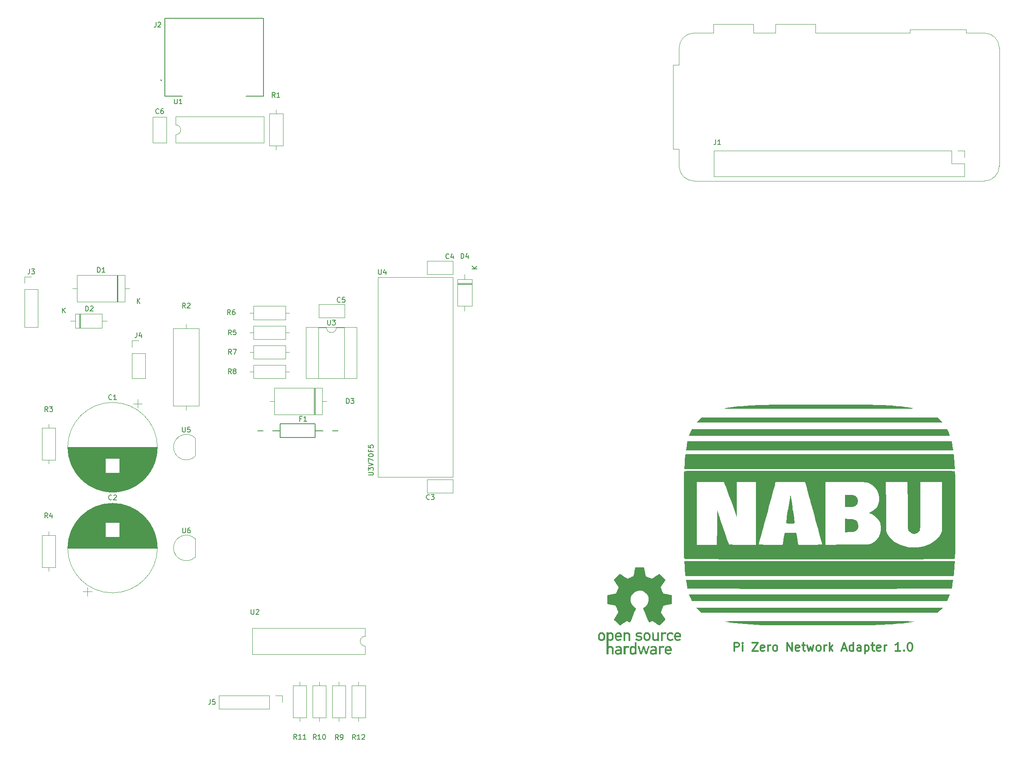
<source format=gbr>
%TF.GenerationSoftware,KiCad,Pcbnew,6.0.2+dfsg-1*%
%TF.CreationDate,2023-05-30T20:03:52-04:00*%
%TF.ProjectId,nabu_pizero_adapter,6e616275-5f70-4697-9a65-726f5f616461,1.0*%
%TF.SameCoordinates,Original*%
%TF.FileFunction,Legend,Top*%
%TF.FilePolarity,Positive*%
%FSLAX46Y46*%
G04 Gerber Fmt 4.6, Leading zero omitted, Abs format (unit mm)*
G04 Created by KiCad (PCBNEW 6.0.2+dfsg-1) date 2023-05-30 20:03:52*
%MOMM*%
%LPD*%
G01*
G04 APERTURE LIST*
%ADD10C,0.300000*%
%ADD11C,0.150000*%
%ADD12C,0.120000*%
%ADD13C,0.200000*%
%ADD14C,0.127000*%
%ADD15C,0.100000*%
G04 APERTURE END LIST*
D10*
X199317286Y-158847618D02*
X199317286Y-157147618D01*
X199964905Y-157147618D01*
X200126809Y-157228571D01*
X200207762Y-157309523D01*
X200288714Y-157471428D01*
X200288714Y-157714285D01*
X200207762Y-157876190D01*
X200126809Y-157957142D01*
X199964905Y-158038094D01*
X199317286Y-158038094D01*
X201017286Y-158847618D02*
X201017286Y-157714285D01*
X201017286Y-157147618D02*
X200936333Y-157228571D01*
X201017286Y-157309523D01*
X201098238Y-157228571D01*
X201017286Y-157147618D01*
X201017286Y-157309523D01*
X202960143Y-157147618D02*
X204093476Y-157147618D01*
X202960143Y-158847618D01*
X204093476Y-158847618D01*
X205388714Y-158766666D02*
X205226809Y-158847618D01*
X204903000Y-158847618D01*
X204741095Y-158766666D01*
X204660143Y-158604761D01*
X204660143Y-157957142D01*
X204741095Y-157795237D01*
X204903000Y-157714285D01*
X205226809Y-157714285D01*
X205388714Y-157795237D01*
X205469667Y-157957142D01*
X205469667Y-158119047D01*
X204660143Y-158280951D01*
X206198238Y-158847618D02*
X206198238Y-157714285D01*
X206198238Y-158038094D02*
X206279190Y-157876190D01*
X206360143Y-157795237D01*
X206522047Y-157714285D01*
X206683952Y-157714285D01*
X207493476Y-158847618D02*
X207331571Y-158766666D01*
X207250619Y-158685713D01*
X207169667Y-158523809D01*
X207169667Y-158038094D01*
X207250619Y-157876190D01*
X207331571Y-157795237D01*
X207493476Y-157714285D01*
X207736333Y-157714285D01*
X207898238Y-157795237D01*
X207979190Y-157876190D01*
X208060143Y-158038094D01*
X208060143Y-158523809D01*
X207979190Y-158685713D01*
X207898238Y-158766666D01*
X207736333Y-158847618D01*
X207493476Y-158847618D01*
X210083952Y-158847618D02*
X210083952Y-157147618D01*
X211055381Y-158847618D01*
X211055381Y-157147618D01*
X212512524Y-158766666D02*
X212350619Y-158847618D01*
X212026809Y-158847618D01*
X211864905Y-158766666D01*
X211783952Y-158604761D01*
X211783952Y-157957142D01*
X211864905Y-157795237D01*
X212026809Y-157714285D01*
X212350619Y-157714285D01*
X212512524Y-157795237D01*
X212593476Y-157957142D01*
X212593476Y-158119047D01*
X211783952Y-158280951D01*
X213079190Y-157714285D02*
X213726809Y-157714285D01*
X213322047Y-157147618D02*
X213322047Y-158604761D01*
X213403000Y-158766666D01*
X213564905Y-158847618D01*
X213726809Y-158847618D01*
X214131571Y-157714285D02*
X214455381Y-158847618D01*
X214779190Y-158038094D01*
X215103000Y-158847618D01*
X215426809Y-157714285D01*
X216317286Y-158847618D02*
X216155381Y-158766666D01*
X216074428Y-158685713D01*
X215993476Y-158523809D01*
X215993476Y-158038094D01*
X216074428Y-157876190D01*
X216155381Y-157795237D01*
X216317286Y-157714285D01*
X216560143Y-157714285D01*
X216722047Y-157795237D01*
X216803000Y-157876190D01*
X216883952Y-158038094D01*
X216883952Y-158523809D01*
X216803000Y-158685713D01*
X216722047Y-158766666D01*
X216560143Y-158847618D01*
X216317286Y-158847618D01*
X217612524Y-158847618D02*
X217612524Y-157714285D01*
X217612524Y-158038094D02*
X217693476Y-157876190D01*
X217774428Y-157795237D01*
X217936333Y-157714285D01*
X218098238Y-157714285D01*
X218664905Y-158847618D02*
X218664905Y-157147618D01*
X218826809Y-158199999D02*
X219312524Y-158847618D01*
X219312524Y-157714285D02*
X218664905Y-158361904D01*
X221255381Y-158361904D02*
X222064905Y-158361904D01*
X221093476Y-158847618D02*
X221660143Y-157147618D01*
X222226809Y-158847618D01*
X223522047Y-158847618D02*
X223522047Y-157147618D01*
X223522047Y-158766666D02*
X223360143Y-158847618D01*
X223036333Y-158847618D01*
X222874428Y-158766666D01*
X222793476Y-158685713D01*
X222712524Y-158523809D01*
X222712524Y-158038094D01*
X222793476Y-157876190D01*
X222874428Y-157795237D01*
X223036333Y-157714285D01*
X223360143Y-157714285D01*
X223522047Y-157795237D01*
X225060143Y-158847618D02*
X225060143Y-157957142D01*
X224979190Y-157795237D01*
X224817286Y-157714285D01*
X224493476Y-157714285D01*
X224331571Y-157795237D01*
X225060143Y-158766666D02*
X224898238Y-158847618D01*
X224493476Y-158847618D01*
X224331571Y-158766666D01*
X224250619Y-158604761D01*
X224250619Y-158442856D01*
X224331571Y-158280951D01*
X224493476Y-158199999D01*
X224898238Y-158199999D01*
X225060143Y-158119047D01*
X225869667Y-157714285D02*
X225869667Y-159414285D01*
X225869667Y-157795237D02*
X226031571Y-157714285D01*
X226355381Y-157714285D01*
X226517286Y-157795237D01*
X226598238Y-157876190D01*
X226679190Y-158038094D01*
X226679190Y-158523809D01*
X226598238Y-158685713D01*
X226517286Y-158766666D01*
X226355381Y-158847618D01*
X226031571Y-158847618D01*
X225869667Y-158766666D01*
X227164905Y-157714285D02*
X227812524Y-157714285D01*
X227407762Y-157147618D02*
X227407762Y-158604761D01*
X227488714Y-158766666D01*
X227650619Y-158847618D01*
X227812524Y-158847618D01*
X229026809Y-158766666D02*
X228864905Y-158847618D01*
X228541095Y-158847618D01*
X228379190Y-158766666D01*
X228298238Y-158604761D01*
X228298238Y-157957142D01*
X228379190Y-157795237D01*
X228541095Y-157714285D01*
X228864905Y-157714285D01*
X229026809Y-157795237D01*
X229107762Y-157957142D01*
X229107762Y-158119047D01*
X228298238Y-158280951D01*
X229836333Y-158847618D02*
X229836333Y-157714285D01*
X229836333Y-158038094D02*
X229917286Y-157876190D01*
X229998238Y-157795237D01*
X230160143Y-157714285D01*
X230322047Y-157714285D01*
X233074428Y-158847618D02*
X232103000Y-158847618D01*
X232588714Y-158847618D02*
X232588714Y-157147618D01*
X232426809Y-157390475D01*
X232264905Y-157552380D01*
X232103000Y-157633332D01*
X233803000Y-158685713D02*
X233883952Y-158766666D01*
X233803000Y-158847618D01*
X233722047Y-158766666D01*
X233803000Y-158685713D01*
X233803000Y-158847618D01*
X234936333Y-157147618D02*
X235098238Y-157147618D01*
X235260143Y-157228571D01*
X235341095Y-157309523D01*
X235422047Y-157471428D01*
X235503000Y-157795237D01*
X235503000Y-158199999D01*
X235422047Y-158523809D01*
X235341095Y-158685713D01*
X235260143Y-158766666D01*
X235098238Y-158847618D01*
X234936333Y-158847618D01*
X234774428Y-158766666D01*
X234693476Y-158685713D01*
X234612524Y-158523809D01*
X234531571Y-158199999D01*
X234531571Y-157795237D01*
X234612524Y-157471428D01*
X234693476Y-157309523D01*
X234774428Y-157228571D01*
X234936333Y-157147618D01*
D11*
%TO.C,R8*%
X96988333Y-102462580D02*
X96655000Y-101986390D01*
X96416904Y-102462580D02*
X96416904Y-101462580D01*
X96797857Y-101462580D01*
X96893095Y-101510200D01*
X96940714Y-101557819D01*
X96988333Y-101653057D01*
X96988333Y-101795914D01*
X96940714Y-101891152D01*
X96893095Y-101938771D01*
X96797857Y-101986390D01*
X96416904Y-101986390D01*
X97559761Y-101891152D02*
X97464523Y-101843533D01*
X97416904Y-101795914D01*
X97369285Y-101700676D01*
X97369285Y-101653057D01*
X97416904Y-101557819D01*
X97464523Y-101510200D01*
X97559761Y-101462580D01*
X97750238Y-101462580D01*
X97845476Y-101510200D01*
X97893095Y-101557819D01*
X97940714Y-101653057D01*
X97940714Y-101700676D01*
X97893095Y-101795914D01*
X97845476Y-101843533D01*
X97750238Y-101891152D01*
X97559761Y-101891152D01*
X97464523Y-101938771D01*
X97416904Y-101986390D01*
X97369285Y-102081628D01*
X97369285Y-102272104D01*
X97416904Y-102367342D01*
X97464523Y-102414961D01*
X97559761Y-102462580D01*
X97750238Y-102462580D01*
X97845476Y-102414961D01*
X97893095Y-102367342D01*
X97940714Y-102272104D01*
X97940714Y-102081628D01*
X97893095Y-101986390D01*
X97845476Y-101938771D01*
X97750238Y-101891152D01*
%TO.C,C4*%
X141260533Y-78973942D02*
X141212914Y-79021561D01*
X141070057Y-79069180D01*
X140974819Y-79069180D01*
X140831961Y-79021561D01*
X140736723Y-78926323D01*
X140689104Y-78831085D01*
X140641485Y-78640609D01*
X140641485Y-78497752D01*
X140689104Y-78307276D01*
X140736723Y-78212038D01*
X140831961Y-78116800D01*
X140974819Y-78069180D01*
X141070057Y-78069180D01*
X141212914Y-78116800D01*
X141260533Y-78164419D01*
X142117676Y-78402514D02*
X142117676Y-79069180D01*
X141879580Y-78021561D02*
X141641485Y-78735847D01*
X142260533Y-78735847D01*
%TO.C,R1*%
X105897533Y-46248580D02*
X105564200Y-45772390D01*
X105326104Y-46248580D02*
X105326104Y-45248580D01*
X105707057Y-45248580D01*
X105802295Y-45296200D01*
X105849914Y-45343819D01*
X105897533Y-45439057D01*
X105897533Y-45581914D01*
X105849914Y-45677152D01*
X105802295Y-45724771D01*
X105707057Y-45772390D01*
X105326104Y-45772390D01*
X106849914Y-46248580D02*
X106278485Y-46248580D01*
X106564200Y-46248580D02*
X106564200Y-45248580D01*
X106468961Y-45391438D01*
X106373723Y-45486676D01*
X106278485Y-45534295D01*
%TO.C,J1*%
X195526066Y-54849780D02*
X195526066Y-55564066D01*
X195478447Y-55706923D01*
X195383209Y-55802161D01*
X195240352Y-55849780D01*
X195145114Y-55849780D01*
X196526066Y-55849780D02*
X195954638Y-55849780D01*
X196240352Y-55849780D02*
X196240352Y-54849780D01*
X196145114Y-54992638D01*
X196049876Y-55087876D01*
X195954638Y-55135495D01*
%TO.C,R5*%
X96988333Y-94563180D02*
X96655000Y-94086990D01*
X96416904Y-94563180D02*
X96416904Y-93563180D01*
X96797857Y-93563180D01*
X96893095Y-93610800D01*
X96940714Y-93658419D01*
X96988333Y-93753657D01*
X96988333Y-93896514D01*
X96940714Y-93991752D01*
X96893095Y-94039371D01*
X96797857Y-94086990D01*
X96416904Y-94086990D01*
X97893095Y-93563180D02*
X97416904Y-93563180D01*
X97369285Y-94039371D01*
X97416904Y-93991752D01*
X97512142Y-93944133D01*
X97750238Y-93944133D01*
X97845476Y-93991752D01*
X97893095Y-94039371D01*
X97940714Y-94134609D01*
X97940714Y-94372704D01*
X97893095Y-94467942D01*
X97845476Y-94515561D01*
X97750238Y-94563180D01*
X97512142Y-94563180D01*
X97416904Y-94515561D01*
X97369285Y-94467942D01*
%TO.C,J5*%
X92719066Y-168720380D02*
X92719066Y-169434666D01*
X92671447Y-169577523D01*
X92576209Y-169672761D01*
X92433352Y-169720380D01*
X92338114Y-169720380D01*
X93671447Y-168720380D02*
X93195257Y-168720380D01*
X93147638Y-169196571D01*
X93195257Y-169148952D01*
X93290495Y-169101333D01*
X93528590Y-169101333D01*
X93623828Y-169148952D01*
X93671447Y-169196571D01*
X93719066Y-169291809D01*
X93719066Y-169529904D01*
X93671447Y-169625142D01*
X93623828Y-169672761D01*
X93528590Y-169720380D01*
X93290495Y-169720380D01*
X93195257Y-169672761D01*
X93147638Y-169625142D01*
%TO.C,R9*%
X118768333Y-176883180D02*
X118435000Y-176406990D01*
X118196904Y-176883180D02*
X118196904Y-175883180D01*
X118577857Y-175883180D01*
X118673095Y-175930800D01*
X118720714Y-175978419D01*
X118768333Y-176073657D01*
X118768333Y-176216514D01*
X118720714Y-176311752D01*
X118673095Y-176359371D01*
X118577857Y-176406990D01*
X118196904Y-176406990D01*
X119244523Y-176883180D02*
X119435000Y-176883180D01*
X119530238Y-176835561D01*
X119577857Y-176787942D01*
X119673095Y-176645085D01*
X119720714Y-176454609D01*
X119720714Y-176073657D01*
X119673095Y-175978419D01*
X119625476Y-175930800D01*
X119530238Y-175883180D01*
X119339761Y-175883180D01*
X119244523Y-175930800D01*
X119196904Y-175978419D01*
X119149285Y-176073657D01*
X119149285Y-176311752D01*
X119196904Y-176406990D01*
X119244523Y-176454609D01*
X119339761Y-176502228D01*
X119530238Y-176502228D01*
X119625476Y-176454609D01*
X119673095Y-176406990D01*
X119720714Y-176311752D01*
%TO.C,C2*%
X72680533Y-128046742D02*
X72632914Y-128094361D01*
X72490057Y-128141980D01*
X72394819Y-128141980D01*
X72251961Y-128094361D01*
X72156723Y-127999123D01*
X72109104Y-127903885D01*
X72061485Y-127713409D01*
X72061485Y-127570552D01*
X72109104Y-127380076D01*
X72156723Y-127284838D01*
X72251961Y-127189600D01*
X72394819Y-127141980D01*
X72490057Y-127141980D01*
X72632914Y-127189600D01*
X72680533Y-127237219D01*
X73061485Y-127237219D02*
X73109104Y-127189600D01*
X73204342Y-127141980D01*
X73442438Y-127141980D01*
X73537676Y-127189600D01*
X73585295Y-127237219D01*
X73632914Y-127332457D01*
X73632914Y-127427695D01*
X73585295Y-127570552D01*
X73013866Y-128141980D01*
X73632914Y-128141980D01*
%TO.C,D3*%
X120419904Y-108507780D02*
X120419904Y-107507780D01*
X120658000Y-107507780D01*
X120800857Y-107555400D01*
X120896095Y-107650638D01*
X120943714Y-107745876D01*
X120991333Y-107936352D01*
X120991333Y-108079209D01*
X120943714Y-108269685D01*
X120896095Y-108364923D01*
X120800857Y-108460161D01*
X120658000Y-108507780D01*
X120419904Y-108507780D01*
X121324666Y-107507780D02*
X121943714Y-107507780D01*
X121610380Y-107888733D01*
X121753238Y-107888733D01*
X121848476Y-107936352D01*
X121896095Y-107983971D01*
X121943714Y-108079209D01*
X121943714Y-108317304D01*
X121896095Y-108412542D01*
X121848476Y-108460161D01*
X121753238Y-108507780D01*
X121467523Y-108507780D01*
X121372285Y-108460161D01*
X121324666Y-108412542D01*
%TO.C,J4*%
X77797066Y-94096580D02*
X77797066Y-94810866D01*
X77749447Y-94953723D01*
X77654209Y-95048961D01*
X77511352Y-95096580D01*
X77416114Y-95096580D01*
X78701828Y-94429914D02*
X78701828Y-95096580D01*
X78463733Y-94048961D02*
X78225638Y-94763247D01*
X78844685Y-94763247D01*
%TO.C,U1*%
X85414095Y-46569380D02*
X85414095Y-47378904D01*
X85461714Y-47474142D01*
X85509333Y-47521761D01*
X85604571Y-47569380D01*
X85795047Y-47569380D01*
X85890285Y-47521761D01*
X85937904Y-47474142D01*
X85985523Y-47378904D01*
X85985523Y-46569380D01*
X86985523Y-47569380D02*
X86414095Y-47569380D01*
X86699809Y-47569380D02*
X86699809Y-46569380D01*
X86604571Y-46712238D01*
X86509333Y-46807476D01*
X86414095Y-46855095D01*
%TO.C,U3*%
X116594495Y-91546380D02*
X116594495Y-92355904D01*
X116642114Y-92451142D01*
X116689733Y-92498761D01*
X116784971Y-92546380D01*
X116975447Y-92546380D01*
X117070685Y-92498761D01*
X117118304Y-92451142D01*
X117165923Y-92355904D01*
X117165923Y-91546380D01*
X117546876Y-91546380D02*
X118165923Y-91546380D01*
X117832590Y-91927333D01*
X117975447Y-91927333D01*
X118070685Y-91974952D01*
X118118304Y-92022571D01*
X118165923Y-92117809D01*
X118165923Y-92355904D01*
X118118304Y-92451142D01*
X118070685Y-92498761D01*
X117975447Y-92546380D01*
X117689733Y-92546380D01*
X117594495Y-92498761D01*
X117546876Y-92451142D01*
%TO.C,U5*%
X87071295Y-113324380D02*
X87071295Y-114133904D01*
X87118914Y-114229142D01*
X87166533Y-114276761D01*
X87261771Y-114324380D01*
X87452247Y-114324380D01*
X87547485Y-114276761D01*
X87595104Y-114229142D01*
X87642723Y-114133904D01*
X87642723Y-113324380D01*
X88595104Y-113324380D02*
X88118914Y-113324380D01*
X88071295Y-113800571D01*
X88118914Y-113752952D01*
X88214152Y-113705333D01*
X88452247Y-113705333D01*
X88547485Y-113752952D01*
X88595104Y-113800571D01*
X88642723Y-113895809D01*
X88642723Y-114133904D01*
X88595104Y-114229142D01*
X88547485Y-114276761D01*
X88452247Y-114324380D01*
X88214152Y-114324380D01*
X88118914Y-114276761D01*
X88071295Y-114229142D01*
%TO.C,F1*%
X111274266Y-111590771D02*
X110940933Y-111590771D01*
X110940933Y-112114580D02*
X110940933Y-111114580D01*
X111417123Y-111114580D01*
X112321885Y-112114580D02*
X111750457Y-112114580D01*
X112036171Y-112114580D02*
X112036171Y-111114580D01*
X111940933Y-111257438D01*
X111845695Y-111352676D01*
X111750457Y-111400295D01*
%TO.C,J2*%
X81660466Y-30973780D02*
X81660466Y-31688066D01*
X81612847Y-31830923D01*
X81517609Y-31926161D01*
X81374752Y-31973780D01*
X81279514Y-31973780D01*
X82089038Y-31069019D02*
X82136657Y-31021400D01*
X82231895Y-30973780D01*
X82469990Y-30973780D01*
X82565228Y-31021400D01*
X82612847Y-31069019D01*
X82660466Y-31164257D01*
X82660466Y-31259495D01*
X82612847Y-31402352D01*
X82041419Y-31973780D01*
X82660466Y-31973780D01*
%TO.C,D4*%
X143737104Y-79018380D02*
X143737104Y-78018380D01*
X143975200Y-78018380D01*
X144118057Y-78066000D01*
X144213295Y-78161238D01*
X144260914Y-78256476D01*
X144308533Y-78446952D01*
X144308533Y-78589809D01*
X144260914Y-78780285D01*
X144213295Y-78875523D01*
X144118057Y-78970761D01*
X143975200Y-79018380D01*
X143737104Y-79018380D01*
X145165676Y-78351714D02*
X145165676Y-79018380D01*
X144927580Y-77970761D02*
X144689485Y-78685047D01*
X145308533Y-78685047D01*
X147000580Y-81163104D02*
X146000580Y-81163104D01*
X147000580Y-80591676D02*
X146429152Y-81020247D01*
X146000580Y-80591676D02*
X146572009Y-81163104D01*
%TO.C,R4*%
X59650333Y-131799580D02*
X59317000Y-131323390D01*
X59078904Y-131799580D02*
X59078904Y-130799580D01*
X59459857Y-130799580D01*
X59555095Y-130847200D01*
X59602714Y-130894819D01*
X59650333Y-130990057D01*
X59650333Y-131132914D01*
X59602714Y-131228152D01*
X59555095Y-131275771D01*
X59459857Y-131323390D01*
X59078904Y-131323390D01*
X60507476Y-131132914D02*
X60507476Y-131799580D01*
X60269380Y-130751961D02*
X60031285Y-131466247D01*
X60650333Y-131466247D01*
%TO.C,C3*%
X137298133Y-127970542D02*
X137250514Y-128018161D01*
X137107657Y-128065780D01*
X137012419Y-128065780D01*
X136869561Y-128018161D01*
X136774323Y-127922923D01*
X136726704Y-127827685D01*
X136679085Y-127637209D01*
X136679085Y-127494352D01*
X136726704Y-127303876D01*
X136774323Y-127208638D01*
X136869561Y-127113400D01*
X137012419Y-127065780D01*
X137107657Y-127065780D01*
X137250514Y-127113400D01*
X137298133Y-127161019D01*
X137631466Y-127065780D02*
X138250514Y-127065780D01*
X137917180Y-127446733D01*
X138060038Y-127446733D01*
X138155276Y-127494352D01*
X138202895Y-127541971D01*
X138250514Y-127637209D01*
X138250514Y-127875304D01*
X138202895Y-127970542D01*
X138155276Y-128018161D01*
X138060038Y-128065780D01*
X137774323Y-128065780D01*
X137679085Y-128018161D01*
X137631466Y-127970542D01*
%TO.C,R7*%
X97039133Y-98500180D02*
X96705800Y-98023990D01*
X96467704Y-98500180D02*
X96467704Y-97500180D01*
X96848657Y-97500180D01*
X96943895Y-97547800D01*
X96991514Y-97595419D01*
X97039133Y-97690657D01*
X97039133Y-97833514D01*
X96991514Y-97928752D01*
X96943895Y-97976371D01*
X96848657Y-98023990D01*
X96467704Y-98023990D01*
X97372466Y-97500180D02*
X98039133Y-97500180D01*
X97610561Y-98500180D01*
%TO.C,U2*%
X101028095Y-150406980D02*
X101028095Y-151216504D01*
X101075714Y-151311742D01*
X101123333Y-151359361D01*
X101218571Y-151406980D01*
X101409047Y-151406980D01*
X101504285Y-151359361D01*
X101551904Y-151311742D01*
X101599523Y-151216504D01*
X101599523Y-150406980D01*
X102028095Y-150502219D02*
X102075714Y-150454600D01*
X102170952Y-150406980D01*
X102409047Y-150406980D01*
X102504285Y-150454600D01*
X102551904Y-150502219D01*
X102599523Y-150597457D01*
X102599523Y-150692695D01*
X102551904Y-150835552D01*
X101980476Y-151406980D01*
X102599523Y-151406980D01*
%TO.C,U4*%
X126949295Y-81269580D02*
X126949295Y-82079104D01*
X126996914Y-82174342D01*
X127044533Y-82221961D01*
X127139771Y-82269580D01*
X127330247Y-82269580D01*
X127425485Y-82221961D01*
X127473104Y-82174342D01*
X127520723Y-82079104D01*
X127520723Y-81269580D01*
X128425485Y-81602914D02*
X128425485Y-82269580D01*
X128187390Y-81221961D02*
X127949295Y-81936247D01*
X128568342Y-81936247D01*
X124877580Y-123091819D02*
X125687104Y-123091819D01*
X125782342Y-123044200D01*
X125829961Y-122996580D01*
X125877580Y-122901342D01*
X125877580Y-122710866D01*
X125829961Y-122615628D01*
X125782342Y-122568009D01*
X125687104Y-122520390D01*
X124877580Y-122520390D01*
X124877580Y-122139438D02*
X124877580Y-121520390D01*
X125258533Y-121853723D01*
X125258533Y-121710866D01*
X125306152Y-121615628D01*
X125353771Y-121568009D01*
X125449009Y-121520390D01*
X125687104Y-121520390D01*
X125782342Y-121568009D01*
X125829961Y-121615628D01*
X125877580Y-121710866D01*
X125877580Y-121996580D01*
X125829961Y-122091819D01*
X125782342Y-122139438D01*
X124877580Y-121234676D02*
X125877580Y-120901342D01*
X124877580Y-120568009D01*
X124877580Y-120329914D02*
X124877580Y-119663247D01*
X125877580Y-120091819D01*
X124877580Y-119091819D02*
X124877580Y-118996580D01*
X124925200Y-118901342D01*
X124972819Y-118853723D01*
X125068057Y-118806104D01*
X125258533Y-118758485D01*
X125496628Y-118758485D01*
X125687104Y-118806104D01*
X125782342Y-118853723D01*
X125829961Y-118901342D01*
X125877580Y-118996580D01*
X125877580Y-119091819D01*
X125829961Y-119187057D01*
X125782342Y-119234676D01*
X125687104Y-119282295D01*
X125496628Y-119329914D01*
X125258533Y-119329914D01*
X125068057Y-119282295D01*
X124972819Y-119234676D01*
X124925200Y-119187057D01*
X124877580Y-119091819D01*
X125353771Y-117996580D02*
X125353771Y-118329914D01*
X125877580Y-118329914D02*
X124877580Y-118329914D01*
X124877580Y-117853723D01*
X124877580Y-116996580D02*
X124877580Y-117472771D01*
X125353771Y-117520390D01*
X125306152Y-117472771D01*
X125258533Y-117377533D01*
X125258533Y-117139438D01*
X125306152Y-117044200D01*
X125353771Y-116996580D01*
X125449009Y-116948961D01*
X125687104Y-116948961D01*
X125782342Y-116996580D01*
X125829961Y-117044200D01*
X125877580Y-117139438D01*
X125877580Y-117377533D01*
X125829961Y-117472771D01*
X125782342Y-117520390D01*
%TO.C,R10*%
X114253542Y-176832380D02*
X113920209Y-176356190D01*
X113682114Y-176832380D02*
X113682114Y-175832380D01*
X114063066Y-175832380D01*
X114158304Y-175880000D01*
X114205923Y-175927619D01*
X114253542Y-176022857D01*
X114253542Y-176165714D01*
X114205923Y-176260952D01*
X114158304Y-176308571D01*
X114063066Y-176356190D01*
X113682114Y-176356190D01*
X115205923Y-176832380D02*
X114634495Y-176832380D01*
X114920209Y-176832380D02*
X114920209Y-175832380D01*
X114824971Y-175975238D01*
X114729733Y-176070476D01*
X114634495Y-176118095D01*
X115824971Y-175832380D02*
X115920209Y-175832380D01*
X116015447Y-175880000D01*
X116063066Y-175927619D01*
X116110685Y-176022857D01*
X116158304Y-176213333D01*
X116158304Y-176451428D01*
X116110685Y-176641904D01*
X116063066Y-176737142D01*
X116015447Y-176784761D01*
X115920209Y-176832380D01*
X115824971Y-176832380D01*
X115729733Y-176784761D01*
X115682114Y-176737142D01*
X115634495Y-176641904D01*
X115586876Y-176451428D01*
X115586876Y-176213333D01*
X115634495Y-176022857D01*
X115682114Y-175927619D01*
X115729733Y-175880000D01*
X115824971Y-175832380D01*
%TO.C,D1*%
X69772304Y-81837780D02*
X69772304Y-80837780D01*
X70010400Y-80837780D01*
X70153257Y-80885400D01*
X70248495Y-80980638D01*
X70296114Y-81075876D01*
X70343733Y-81266352D01*
X70343733Y-81409209D01*
X70296114Y-81599685D01*
X70248495Y-81694923D01*
X70153257Y-81790161D01*
X70010400Y-81837780D01*
X69772304Y-81837780D01*
X71296114Y-81837780D02*
X70724685Y-81837780D01*
X71010400Y-81837780D02*
X71010400Y-80837780D01*
X70915161Y-80980638D01*
X70819923Y-81075876D01*
X70724685Y-81123495D01*
X77854095Y-88147780D02*
X77854095Y-87147780D01*
X78425523Y-88147780D02*
X77996952Y-87576352D01*
X78425523Y-87147780D02*
X77854095Y-87719209D01*
%TO.C,R11*%
X110291142Y-176781580D02*
X109957809Y-176305390D01*
X109719714Y-176781580D02*
X109719714Y-175781580D01*
X110100666Y-175781580D01*
X110195904Y-175829200D01*
X110243523Y-175876819D01*
X110291142Y-175972057D01*
X110291142Y-176114914D01*
X110243523Y-176210152D01*
X110195904Y-176257771D01*
X110100666Y-176305390D01*
X109719714Y-176305390D01*
X111243523Y-176781580D02*
X110672095Y-176781580D01*
X110957809Y-176781580D02*
X110957809Y-175781580D01*
X110862571Y-175924438D01*
X110767333Y-176019676D01*
X110672095Y-176067295D01*
X112195904Y-176781580D02*
X111624476Y-176781580D01*
X111910190Y-176781580D02*
X111910190Y-175781580D01*
X111814952Y-175924438D01*
X111719714Y-176019676D01*
X111624476Y-176067295D01*
%TO.C,R12*%
X122229142Y-176857780D02*
X121895809Y-176381590D01*
X121657714Y-176857780D02*
X121657714Y-175857780D01*
X122038666Y-175857780D01*
X122133904Y-175905400D01*
X122181523Y-175953019D01*
X122229142Y-176048257D01*
X122229142Y-176191114D01*
X122181523Y-176286352D01*
X122133904Y-176333971D01*
X122038666Y-176381590D01*
X121657714Y-176381590D01*
X123181523Y-176857780D02*
X122610095Y-176857780D01*
X122895809Y-176857780D02*
X122895809Y-175857780D01*
X122800571Y-176000638D01*
X122705333Y-176095876D01*
X122610095Y-176143495D01*
X123562476Y-175953019D02*
X123610095Y-175905400D01*
X123705333Y-175857780D01*
X123943428Y-175857780D01*
X124038666Y-175905400D01*
X124086285Y-175953019D01*
X124133904Y-176048257D01*
X124133904Y-176143495D01*
X124086285Y-176286352D01*
X123514857Y-176857780D01*
X124133904Y-176857780D01*
%TO.C,D2*%
X67359304Y-89707180D02*
X67359304Y-88707180D01*
X67597400Y-88707180D01*
X67740257Y-88754800D01*
X67835495Y-88850038D01*
X67883114Y-88945276D01*
X67930733Y-89135752D01*
X67930733Y-89278609D01*
X67883114Y-89469085D01*
X67835495Y-89564323D01*
X67740257Y-89659561D01*
X67597400Y-89707180D01*
X67359304Y-89707180D01*
X68311685Y-88802419D02*
X68359304Y-88754800D01*
X68454542Y-88707180D01*
X68692638Y-88707180D01*
X68787876Y-88754800D01*
X68835495Y-88802419D01*
X68883114Y-88897657D01*
X68883114Y-88992895D01*
X68835495Y-89135752D01*
X68264066Y-89707180D01*
X68883114Y-89707180D01*
X62664895Y-90077180D02*
X62664895Y-89077180D01*
X63236323Y-90077180D02*
X62807752Y-89505752D01*
X63236323Y-89077180D02*
X62664895Y-89648609D01*
%TO.C,C5*%
X119162533Y-87838542D02*
X119114914Y-87886161D01*
X118972057Y-87933780D01*
X118876819Y-87933780D01*
X118733961Y-87886161D01*
X118638723Y-87790923D01*
X118591104Y-87695685D01*
X118543485Y-87505209D01*
X118543485Y-87362352D01*
X118591104Y-87171876D01*
X118638723Y-87076638D01*
X118733961Y-86981400D01*
X118876819Y-86933780D01*
X118972057Y-86933780D01*
X119114914Y-86981400D01*
X119162533Y-87029019D01*
X120067295Y-86933780D02*
X119591104Y-86933780D01*
X119543485Y-87409971D01*
X119591104Y-87362352D01*
X119686342Y-87314733D01*
X119924438Y-87314733D01*
X120019676Y-87362352D01*
X120067295Y-87409971D01*
X120114914Y-87505209D01*
X120114914Y-87743304D01*
X120067295Y-87838542D01*
X120019676Y-87886161D01*
X119924438Y-87933780D01*
X119686342Y-87933780D01*
X119591104Y-87886161D01*
X119543485Y-87838542D01*
%TO.C,R2*%
X87666533Y-89102180D02*
X87333200Y-88625990D01*
X87095104Y-89102180D02*
X87095104Y-88102180D01*
X87476057Y-88102180D01*
X87571295Y-88149800D01*
X87618914Y-88197419D01*
X87666533Y-88292657D01*
X87666533Y-88435514D01*
X87618914Y-88530752D01*
X87571295Y-88578371D01*
X87476057Y-88625990D01*
X87095104Y-88625990D01*
X88047485Y-88197419D02*
X88095104Y-88149800D01*
X88190342Y-88102180D01*
X88428438Y-88102180D01*
X88523676Y-88149800D01*
X88571295Y-88197419D01*
X88618914Y-88292657D01*
X88618914Y-88387895D01*
X88571295Y-88530752D01*
X87999866Y-89102180D01*
X88618914Y-89102180D01*
%TO.C,C1*%
X72680533Y-107650542D02*
X72632914Y-107698161D01*
X72490057Y-107745780D01*
X72394819Y-107745780D01*
X72251961Y-107698161D01*
X72156723Y-107602923D01*
X72109104Y-107507685D01*
X72061485Y-107317209D01*
X72061485Y-107174352D01*
X72109104Y-106983876D01*
X72156723Y-106888638D01*
X72251961Y-106793400D01*
X72394819Y-106745780D01*
X72490057Y-106745780D01*
X72632914Y-106793400D01*
X72680533Y-106841019D01*
X73632914Y-107745780D02*
X73061485Y-107745780D01*
X73347200Y-107745780D02*
X73347200Y-106745780D01*
X73251961Y-106888638D01*
X73156723Y-106983876D01*
X73061485Y-107031495D01*
%TO.C,U6*%
X87096695Y-133847580D02*
X87096695Y-134657104D01*
X87144314Y-134752342D01*
X87191933Y-134799961D01*
X87287171Y-134847580D01*
X87477647Y-134847580D01*
X87572885Y-134799961D01*
X87620504Y-134752342D01*
X87668123Y-134657104D01*
X87668123Y-133847580D01*
X88572885Y-133847580D02*
X88382409Y-133847580D01*
X88287171Y-133895200D01*
X88239552Y-133942819D01*
X88144314Y-134085676D01*
X88096695Y-134276152D01*
X88096695Y-134657104D01*
X88144314Y-134752342D01*
X88191933Y-134799961D01*
X88287171Y-134847580D01*
X88477647Y-134847580D01*
X88572885Y-134799961D01*
X88620504Y-134752342D01*
X88668123Y-134657104D01*
X88668123Y-134419009D01*
X88620504Y-134323771D01*
X88572885Y-134276152D01*
X88477647Y-134228533D01*
X88287171Y-134228533D01*
X88191933Y-134276152D01*
X88144314Y-134323771D01*
X88096695Y-134419009D01*
%TO.C,R6*%
X96810533Y-90448380D02*
X96477200Y-89972190D01*
X96239104Y-90448380D02*
X96239104Y-89448380D01*
X96620057Y-89448380D01*
X96715295Y-89496000D01*
X96762914Y-89543619D01*
X96810533Y-89638857D01*
X96810533Y-89781714D01*
X96762914Y-89876952D01*
X96715295Y-89924571D01*
X96620057Y-89972190D01*
X96239104Y-89972190D01*
X97667676Y-89448380D02*
X97477200Y-89448380D01*
X97381961Y-89496000D01*
X97334342Y-89543619D01*
X97239104Y-89686476D01*
X97191485Y-89876952D01*
X97191485Y-90257904D01*
X97239104Y-90353142D01*
X97286723Y-90400761D01*
X97381961Y-90448380D01*
X97572438Y-90448380D01*
X97667676Y-90400761D01*
X97715295Y-90353142D01*
X97762914Y-90257904D01*
X97762914Y-90019809D01*
X97715295Y-89924571D01*
X97667676Y-89876952D01*
X97572438Y-89829333D01*
X97381961Y-89829333D01*
X97286723Y-89876952D01*
X97239104Y-89924571D01*
X97191485Y-90019809D01*
%TO.C,J3*%
X55964066Y-81186380D02*
X55964066Y-81900666D01*
X55916447Y-82043523D01*
X55821209Y-82138761D01*
X55678352Y-82186380D01*
X55583114Y-82186380D01*
X56345019Y-81186380D02*
X56964066Y-81186380D01*
X56630733Y-81567333D01*
X56773590Y-81567333D01*
X56868828Y-81614952D01*
X56916447Y-81662571D01*
X56964066Y-81757809D01*
X56964066Y-81995904D01*
X56916447Y-82091142D01*
X56868828Y-82138761D01*
X56773590Y-82186380D01*
X56487876Y-82186380D01*
X56392638Y-82138761D01*
X56345019Y-82091142D01*
%TO.C,C6*%
X82250133Y-49455342D02*
X82202514Y-49502961D01*
X82059657Y-49550580D01*
X81964419Y-49550580D01*
X81821561Y-49502961D01*
X81726323Y-49407723D01*
X81678704Y-49312485D01*
X81631085Y-49122009D01*
X81631085Y-48979152D01*
X81678704Y-48788676D01*
X81726323Y-48693438D01*
X81821561Y-48598200D01*
X81964419Y-48550580D01*
X82059657Y-48550580D01*
X82202514Y-48598200D01*
X82250133Y-48645819D01*
X83107276Y-48550580D02*
X82916800Y-48550580D01*
X82821561Y-48598200D01*
X82773942Y-48645819D01*
X82678704Y-48788676D01*
X82631085Y-48979152D01*
X82631085Y-49360104D01*
X82678704Y-49455342D01*
X82726323Y-49502961D01*
X82821561Y-49550580D01*
X83012038Y-49550580D01*
X83107276Y-49502961D01*
X83154895Y-49455342D01*
X83202514Y-49360104D01*
X83202514Y-49122009D01*
X83154895Y-49026771D01*
X83107276Y-48979152D01*
X83012038Y-48931533D01*
X82821561Y-48931533D01*
X82726323Y-48979152D01*
X82678704Y-49026771D01*
X82631085Y-49122009D01*
%TO.C,R3*%
X59675733Y-110158780D02*
X59342400Y-109682590D01*
X59104304Y-110158780D02*
X59104304Y-109158780D01*
X59485257Y-109158780D01*
X59580495Y-109206400D01*
X59628114Y-109254019D01*
X59675733Y-109349257D01*
X59675733Y-109492114D01*
X59628114Y-109587352D01*
X59580495Y-109634971D01*
X59485257Y-109682590D01*
X59104304Y-109682590D01*
X60009066Y-109158780D02*
X60628114Y-109158780D01*
X60294780Y-109539733D01*
X60437638Y-109539733D01*
X60532876Y-109587352D01*
X60580495Y-109634971D01*
X60628114Y-109730209D01*
X60628114Y-109968304D01*
X60580495Y-110063542D01*
X60532876Y-110111161D01*
X60437638Y-110158780D01*
X60151923Y-110158780D01*
X60056685Y-110111161D01*
X60009066Y-110063542D01*
D12*
%TO.C,R8*%
X108043400Y-100689400D02*
X101503400Y-100689400D01*
X101503400Y-100689400D02*
X101503400Y-103429400D01*
X100733400Y-102059400D02*
X101503400Y-102059400D01*
X108043400Y-103429400D02*
X108043400Y-100689400D01*
X101503400Y-103429400D02*
X108043400Y-103429400D01*
X108813400Y-102059400D02*
X108043400Y-102059400D01*
%TO.C,C4*%
X142033600Y-82271200D02*
X142033600Y-79531200D01*
X136793600Y-82271200D02*
X136793600Y-79531200D01*
X142033600Y-79531200D02*
X136793600Y-79531200D01*
X142033600Y-82271200D02*
X136793600Y-82271200D01*
%TO.C,R1*%
X107485000Y-56127400D02*
X107485000Y-49587400D01*
X104745000Y-49587400D02*
X104745000Y-56127400D01*
X106115000Y-48817400D02*
X106115000Y-49587400D01*
X104745000Y-56127400D02*
X107485000Y-56127400D01*
X106115000Y-56897400D02*
X106115000Y-56127400D01*
X107485000Y-49587400D02*
X104745000Y-49587400D01*
%TO.C,J1*%
X203198200Y-33158200D02*
X207678200Y-33158200D01*
X191138200Y-33158200D02*
X195078200Y-33158200D01*
X246098200Y-59718200D02*
X243498200Y-59718200D01*
X215798200Y-31358200D02*
X215798200Y-33158200D01*
X243498200Y-59718200D02*
X243498200Y-57118200D01*
X235028200Y-33158200D02*
X235028200Y-32458200D01*
X243498200Y-57118200D02*
X195178200Y-57118200D01*
X246098200Y-58448200D02*
X246098200Y-57118200D01*
X215798200Y-33158200D02*
X235028200Y-33158200D01*
X246448200Y-32458200D02*
X246448200Y-33158200D01*
X195178200Y-62318200D02*
X195178200Y-57118200D01*
X188078200Y-56778200D02*
X186878200Y-56778200D01*
X235028200Y-32458200D02*
X246448200Y-32458200D01*
X195078200Y-31358200D02*
X203198200Y-31358200D01*
X246098200Y-62318200D02*
X195178200Y-62318200D01*
X203198200Y-31358200D02*
X203198200Y-33158200D01*
X186878200Y-56778200D02*
X186878200Y-39658200D01*
X207678200Y-31358200D02*
X215798200Y-31358200D01*
X186878200Y-39658200D02*
X188078200Y-39658200D01*
X207678200Y-33158200D02*
X207678200Y-31358200D01*
X246098200Y-62318200D02*
X246098200Y-59718200D01*
X188078200Y-39658200D02*
X188078200Y-36218200D01*
X246098200Y-57118200D02*
X244768200Y-57118200D01*
X253198200Y-60218200D02*
X253198200Y-36218200D01*
X191138200Y-63278200D02*
X250138200Y-63278200D01*
X195078200Y-33158200D02*
X195078200Y-31358200D01*
X188078200Y-56778200D02*
X188078200Y-60218200D01*
X246448200Y-33158200D02*
X250138200Y-33158200D01*
X250138200Y-63278200D02*
G75*
G03*
X253198200Y-60218200I1J3059999D01*
G01*
X188078200Y-60218200D02*
G75*
G03*
X191138200Y-63278200I3059999J-1D01*
G01*
X191138200Y-33158200D02*
G75*
G03*
X188078200Y-36218200I-1J-3059999D01*
G01*
X253198200Y-36218200D02*
G75*
G03*
X250138200Y-33158200I-3059999J1D01*
G01*
%TO.C,R5*%
X100745800Y-94082200D02*
X101515800Y-94082200D01*
X108055800Y-92712200D02*
X101515800Y-92712200D01*
X101515800Y-95452200D02*
X108055800Y-95452200D01*
X108825800Y-94082200D02*
X108055800Y-94082200D01*
X108055800Y-95452200D02*
X108055800Y-92712200D01*
X101515800Y-92712200D02*
X101515800Y-95452200D01*
%TO.C,J5*%
X104731400Y-167938000D02*
X94511400Y-167938000D01*
X106001400Y-167938000D02*
X107331400Y-167938000D01*
X107331400Y-167938000D02*
X107331400Y-169268000D01*
X104731400Y-167938000D02*
X104731400Y-170598000D01*
X104731400Y-170598000D02*
X94511400Y-170598000D01*
X94511400Y-167938000D02*
X94511400Y-170598000D01*
%TO.C,R9*%
X120255200Y-172408600D02*
X120255200Y-165868600D01*
X117515200Y-165868600D02*
X117515200Y-172408600D01*
X118885200Y-173178600D02*
X118885200Y-172408600D01*
X118885200Y-165098600D02*
X118885200Y-165868600D01*
X120255200Y-165868600D02*
X117515200Y-165868600D01*
X117515200Y-172408600D02*
X120255200Y-172408600D01*
%TO.C,C2*%
X64716200Y-133839400D02*
X71393200Y-133839400D01*
X64619200Y-134039400D02*
X71393200Y-134039400D01*
X66707200Y-131199400D02*
X78959200Y-131199400D01*
X64798200Y-133679400D02*
X71393200Y-133679400D01*
X64260200Y-134919400D02*
X71393200Y-134919400D01*
X69726200Y-129360400D02*
X75940200Y-129360400D01*
X63753200Y-137800400D02*
X81913200Y-137800400D01*
X74273200Y-134199400D02*
X81120200Y-134199400D01*
X67075200Y-130879400D02*
X78591200Y-130879400D01*
X64696200Y-133879400D02*
X71393200Y-133879400D01*
X69049200Y-129640400D02*
X76617200Y-129640400D01*
X74273200Y-133359400D02*
X80692200Y-133359400D01*
X66455200Y-131439400D02*
X79211200Y-131439400D01*
X66496200Y-131399400D02*
X79170200Y-131399400D01*
X74273200Y-134439400D02*
X81223200Y-134439400D01*
X68213200Y-130079400D02*
X77453200Y-130079400D01*
X64777200Y-133719400D02*
X71393200Y-133719400D01*
X65353200Y-132759400D02*
X71393200Y-132759400D01*
X74273200Y-134599400D02*
X81288200Y-134599400D01*
X74273200Y-133479400D02*
X80760200Y-133479400D01*
X74273200Y-134639400D02*
X81303200Y-134639400D01*
X63993200Y-135839400D02*
X81673200Y-135839400D01*
X64168200Y-135199400D02*
X71393200Y-135199400D01*
X69516200Y-129440400D02*
X76150200Y-129440400D01*
X64032200Y-135679400D02*
X81634200Y-135679400D01*
X74273200Y-132879400D02*
X80394200Y-132879400D01*
X63984200Y-135879400D02*
X81682200Y-135879400D01*
X74273200Y-135279400D02*
X81523200Y-135279400D01*
X65021200Y-133279400D02*
X71393200Y-133279400D01*
X67655200Y-130439400D02*
X78011200Y-130439400D01*
X68017200Y-130199400D02*
X77649200Y-130199400D01*
X63767200Y-137400400D02*
X81899200Y-137400400D01*
X63757200Y-137640400D02*
X81909200Y-137640400D01*
X74273200Y-134479400D02*
X81240200Y-134479400D01*
X64841200Y-133599400D02*
X71393200Y-133599400D01*
X74273200Y-135399400D02*
X81558200Y-135399400D01*
X64193200Y-135119400D02*
X71393200Y-135119400D01*
X66259200Y-131639400D02*
X79407200Y-131639400D01*
X74273200Y-134839400D02*
X81378200Y-134839400D01*
X64677200Y-133919400D02*
X71393200Y-133919400D01*
X68643200Y-129839400D02*
X77023200Y-129839400D01*
X67713200Y-130399400D02*
X77953200Y-130399400D01*
X64736200Y-133799400D02*
X71393200Y-133799400D01*
X64246200Y-134959400D02*
X71393200Y-134959400D01*
X65553200Y-132479400D02*
X80113200Y-132479400D01*
X65969200Y-131959400D02*
X79697200Y-131959400D01*
X64819200Y-133639400D02*
X71393200Y-133639400D01*
X74273200Y-133679400D02*
X80868200Y-133679400D01*
X66221200Y-131679400D02*
X79445200Y-131679400D01*
X63887200Y-136359400D02*
X81779200Y-136359400D01*
X66537200Y-131359400D02*
X79129200Y-131359400D01*
X67379200Y-130639400D02*
X78287200Y-130639400D01*
X63817200Y-136839400D02*
X81849200Y-136839400D01*
X74273200Y-133799400D02*
X80930200Y-133799400D01*
X74273200Y-135319400D02*
X81535200Y-135319400D01*
X63799200Y-136999400D02*
X81867200Y-136999400D01*
X63932200Y-136119400D02*
X81734200Y-136119400D01*
X63781200Y-137199400D02*
X81885200Y-137199400D01*
X63752200Y-137920400D02*
X81914200Y-137920400D01*
X70973200Y-129000400D02*
X74693200Y-129000400D01*
X70074200Y-129240400D02*
X75592200Y-129240400D01*
X64317200Y-134759400D02*
X71393200Y-134759400D01*
X63812200Y-136879400D02*
X81854200Y-136879400D01*
X64119200Y-135359400D02*
X71393200Y-135359400D01*
X68351200Y-129999400D02*
X77315200Y-129999400D01*
X68964200Y-129680400D02*
X76702200Y-129680400D01*
X74273200Y-133719400D02*
X80889200Y-133719400D01*
X74273200Y-134999400D02*
X81433200Y-134999400D01*
X71667200Y-128880400D02*
X73999200Y-128880400D01*
X63775200Y-137280400D02*
X81891200Y-137280400D01*
X64085200Y-135479400D02*
X71393200Y-135479400D01*
X74273200Y-134119400D02*
X81084200Y-134119400D01*
X66979200Y-130959400D02*
X78687200Y-130959400D01*
X67542200Y-130519400D02*
X78124200Y-130519400D01*
X64378200Y-134599400D02*
X71393200Y-134599400D01*
X63854200Y-136559400D02*
X81812200Y-136559400D01*
X74273200Y-134959400D02*
X81420200Y-134959400D01*
X63924200Y-136159400D02*
X81742200Y-136159400D01*
X74273200Y-134759400D02*
X81349200Y-134759400D01*
X64546200Y-134199400D02*
X71393200Y-134199400D01*
X63791200Y-137079400D02*
X81875200Y-137079400D01*
X64002200Y-135799400D02*
X81664200Y-135799400D01*
X74273200Y-133639400D02*
X80847200Y-133639400D01*
X64906200Y-133479400D02*
X71393200Y-133479400D01*
X74273200Y-134079400D02*
X81066200Y-134079400D01*
X74273200Y-133039400D02*
X80498200Y-133039400D01*
X65245200Y-132919400D02*
X71393200Y-132919400D01*
X65118200Y-133119400D02*
X71393200Y-133119400D01*
X66004200Y-131919400D02*
X79662200Y-131919400D01*
X74273200Y-135559400D02*
X81603200Y-135559400D01*
X69137200Y-129600400D02*
X76529200Y-129600400D01*
X66075200Y-131839400D02*
X79591200Y-131839400D01*
X64951200Y-133399400D02*
X71393200Y-133399400D01*
X65465200Y-132599400D02*
X80201200Y-132599400D01*
X70794200Y-129040400D02*
X74872200Y-129040400D01*
X63948200Y-136039400D02*
X81718200Y-136039400D01*
X63753200Y-137880400D02*
X81913200Y-137880400D01*
X74273200Y-135079400D02*
X81460200Y-135079400D01*
X63761200Y-137520400D02*
X81905200Y-137520400D01*
X63788200Y-137119400D02*
X81878200Y-137119400D01*
X66336200Y-131559400D02*
X79330200Y-131559400D01*
X64998200Y-133319400D02*
X71393200Y-133319400D01*
X67892200Y-130279400D02*
X77774200Y-130279400D01*
X64410200Y-134519400D02*
X71393200Y-134519400D01*
X66932200Y-130999400D02*
X78734200Y-130999400D01*
X74273200Y-133879400D02*
X80970200Y-133879400D01*
X67327200Y-130679400D02*
X78339200Y-130679400D01*
X64332200Y-134719400D02*
X71393200Y-134719400D01*
X74273200Y-132959400D02*
X80447200Y-132959400D01*
X63754200Y-137760400D02*
X81912200Y-137760400D01*
X63880200Y-136399400D02*
X81786200Y-136399400D01*
X72019200Y-128840400D02*
X73647200Y-128840400D01*
X63755200Y-137720400D02*
X81911200Y-137720400D01*
X66297200Y-131599400D02*
X79369200Y-131599400D01*
X69228200Y-129560400D02*
X76438200Y-129560400D01*
X65069200Y-133199400D02*
X71393200Y-133199400D01*
X66886200Y-131039400D02*
X78780200Y-131039400D01*
X63849200Y-136599400D02*
X81817200Y-136599400D01*
X67433200Y-130599400D02*
X78233200Y-130599400D01*
X63778200Y-137240400D02*
X81888200Y-137240400D01*
X66663200Y-131239400D02*
X79003200Y-131239400D01*
X71172200Y-128960400D02*
X74494200Y-128960400D01*
X74273200Y-135599400D02*
X81613200Y-135599400D01*
X70335200Y-129160400D02*
X75331200Y-129160400D01*
X63803200Y-136959400D02*
X81863200Y-136959400D01*
X66415200Y-131479400D02*
X79251200Y-131479400D01*
X74273200Y-134879400D02*
X81392200Y-134879400D01*
X64131200Y-135319400D02*
X71393200Y-135319400D01*
X74273200Y-133159400D02*
X80573200Y-133159400D01*
X66751200Y-131159400D02*
X78915200Y-131159400D01*
X74273200Y-133239400D02*
X80621200Y-133239400D01*
X69417200Y-129480400D02*
X76249200Y-129480400D01*
X64493200Y-134319400D02*
X71393200Y-134319400D01*
X69953200Y-129280400D02*
X75713200Y-129280400D01*
X74273200Y-133119400D02*
X80548200Y-133119400D01*
X67831200Y-130319400D02*
X77835200Y-130319400D01*
X64012200Y-135759400D02*
X81654200Y-135759400D01*
X74273200Y-135239400D02*
X81511200Y-135239400D01*
X63966200Y-135959400D02*
X81700200Y-135959400D01*
X65737200Y-132239400D02*
X79929200Y-132239400D01*
X74273200Y-133839400D02*
X80950200Y-133839400D01*
X67954200Y-130239400D02*
X77712200Y-130239400D01*
X65769200Y-132199400D02*
X79897200Y-132199400D01*
X74273200Y-133959400D02*
X81009200Y-133959400D01*
X64274200Y-134879400D02*
X71393200Y-134879400D01*
X65045200Y-133239400D02*
X71393200Y-133239400D01*
X65408200Y-132679400D02*
X80258200Y-132679400D01*
X66579200Y-131319400D02*
X79087200Y-131319400D01*
X66111200Y-131799400D02*
X79555200Y-131799400D01*
X65834200Y-132119400D02*
X79832200Y-132119400D01*
X70201200Y-129200400D02*
X75465200Y-129200400D01*
X64347200Y-134679400D02*
X71393200Y-134679400D01*
X74273200Y-133559400D02*
X80804200Y-133559400D01*
X64929200Y-133439400D02*
X71393200Y-133439400D01*
X64303200Y-134799400D02*
X71393200Y-134799400D01*
X67718200Y-147679840D02*
X67718200Y-145879840D01*
X74273200Y-134519400D02*
X81256200Y-134519400D01*
X68281200Y-130039400D02*
X77385200Y-130039400D01*
X74273200Y-134159400D02*
X81102200Y-134159400D01*
X67275200Y-130719400D02*
X78391200Y-130719400D01*
X74273200Y-134799400D02*
X81363200Y-134799400D01*
X74273200Y-132799400D02*
X80341200Y-132799400D01*
X68800200Y-129759400D02*
X76866200Y-129759400D01*
X64363200Y-134639400D02*
X71393200Y-134639400D01*
X65436200Y-132639400D02*
X80230200Y-132639400D01*
X65219200Y-132959400D02*
X71393200Y-132959400D01*
X64180200Y-135159400D02*
X71393200Y-135159400D01*
X64053200Y-135599400D02*
X71393200Y-135599400D01*
X66184200Y-131719400D02*
X79482200Y-131719400D01*
X64233200Y-134999400D02*
X71393200Y-134999400D01*
X63861200Y-136519400D02*
X81805200Y-136519400D01*
X63940200Y-136079400D02*
X81726200Y-136079400D01*
X69837200Y-129320400D02*
X75829200Y-129320400D01*
X74273200Y-133999400D02*
X81028200Y-133999400D01*
X74273200Y-134399400D02*
X81207200Y-134399400D01*
X74273200Y-134239400D02*
X81138200Y-134239400D01*
X64219200Y-135039400D02*
X71393200Y-135039400D01*
X74273200Y-135359400D02*
X81547200Y-135359400D01*
X69619200Y-129400400D02*
X76047200Y-129400400D01*
X65706200Y-132279400D02*
X79960200Y-132279400D01*
X63763200Y-137480400D02*
X81903200Y-137480400D01*
X64862200Y-133559400D02*
X71393200Y-133559400D01*
X66375200Y-131519400D02*
X79291200Y-131519400D01*
X65523200Y-132519400D02*
X80143200Y-132519400D01*
X74273200Y-133519400D02*
X80782200Y-133519400D01*
X63758200Y-137600400D02*
X81908200Y-137600400D01*
X66039200Y-131879400D02*
X79627200Y-131879400D01*
X64459200Y-134399400D02*
X71393200Y-134399400D01*
X68147200Y-130119400D02*
X77519200Y-130119400D01*
X64757200Y-133759400D02*
X71393200Y-133759400D01*
X64564200Y-134159400D02*
X71393200Y-134159400D01*
X70630200Y-129080400D02*
X75036200Y-129080400D01*
X64510200Y-134279400D02*
X71393200Y-134279400D01*
X63894200Y-136319400D02*
X81772200Y-136319400D01*
X65272200Y-132879400D02*
X71393200Y-132879400D01*
X65093200Y-133159400D02*
X71393200Y-133159400D01*
X63822200Y-136799400D02*
X81844200Y-136799400D01*
X63772200Y-137320400D02*
X81894200Y-137320400D01*
X70478200Y-129120400D02*
X75188200Y-129120400D01*
X64582200Y-134119400D02*
X71393200Y-134119400D01*
X63795200Y-137039400D02*
X81871200Y-137039400D01*
X65613200Y-132399400D02*
X80053200Y-132399400D01*
X74273200Y-135039400D02*
X81447200Y-135039400D01*
X63765200Y-137440400D02*
X81901200Y-137440400D01*
X64476200Y-134359400D02*
X71393200Y-134359400D01*
X67224200Y-130759400D02*
X78442200Y-130759400D01*
X74273200Y-134039400D02*
X81047200Y-134039400D01*
X74273200Y-133199400D02*
X80597200Y-133199400D01*
X74273200Y-133759400D02*
X80909200Y-133759400D01*
X68881200Y-129720400D02*
X76785200Y-129720400D01*
X63770200Y-137360400D02*
X81896200Y-137360400D01*
X74273200Y-134919400D02*
X81406200Y-134919400D01*
X74273200Y-133439400D02*
X80737200Y-133439400D01*
X74273200Y-134559400D02*
X81272200Y-134559400D01*
X64657200Y-133959400D02*
X71393200Y-133959400D01*
X65380200Y-132719400D02*
X80286200Y-132719400D01*
X74273200Y-133079400D02*
X80523200Y-133079400D01*
X63760200Y-137560400D02*
X81906200Y-137560400D01*
X64974200Y-133359400D02*
X71393200Y-133359400D01*
X68081200Y-130159400D02*
X77585200Y-130159400D01*
X64884200Y-133519400D02*
X71393200Y-133519400D01*
X74273200Y-135119400D02*
X81473200Y-135119400D01*
X64206200Y-135079400D02*
X71393200Y-135079400D01*
X65325200Y-132799400D02*
X71393200Y-132799400D01*
X64143200Y-135279400D02*
X71393200Y-135279400D01*
X67598200Y-130479400D02*
X78068200Y-130479400D01*
X63957200Y-135999400D02*
X81709200Y-135999400D01*
X69321200Y-129520400D02*
X76345200Y-129520400D01*
X74273200Y-133319400D02*
X80668200Y-133319400D01*
X74273200Y-133919400D02*
X80989200Y-133919400D01*
X74273200Y-134359400D02*
X81190200Y-134359400D01*
X63901200Y-136279400D02*
X81765200Y-136279400D01*
X68568200Y-129879400D02*
X77098200Y-129879400D01*
X74273200Y-135199400D02*
X81498200Y-135199400D01*
X65802200Y-132159400D02*
X79864200Y-132159400D01*
X63867200Y-136479400D02*
X81799200Y-136479400D01*
X63837200Y-136679400D02*
X81829200Y-136679400D01*
X65298200Y-132839400D02*
X71393200Y-132839400D01*
X74273200Y-133399400D02*
X80715200Y-133399400D01*
X64528200Y-134239400D02*
X71393200Y-134239400D01*
X66840200Y-131079400D02*
X78826200Y-131079400D01*
X65935200Y-131999400D02*
X79731200Y-131999400D01*
X74273200Y-134319400D02*
X81173200Y-134319400D01*
X74273200Y-133279400D02*
X80645200Y-133279400D01*
X63756200Y-137680400D02*
X81910200Y-137680400D01*
X65674200Y-132319400D02*
X79992200Y-132319400D01*
X67124200Y-130839400D02*
X78542200Y-130839400D01*
X63909200Y-136239400D02*
X81757200Y-136239400D01*
X66621200Y-131279400D02*
X79045200Y-131279400D01*
X64426200Y-134479400D02*
X71393200Y-134479400D01*
X63843200Y-136639400D02*
X81823200Y-136639400D01*
X64096200Y-135439400D02*
X71393200Y-135439400D01*
X64600200Y-134079400D02*
X71393200Y-134079400D01*
X63975200Y-135919400D02*
X81691200Y-135919400D01*
X67027200Y-130919400D02*
X78639200Y-130919400D01*
X63784200Y-137159400D02*
X81882200Y-137159400D01*
X63807200Y-136919400D02*
X81859200Y-136919400D01*
X74273200Y-133599400D02*
X80825200Y-133599400D01*
X68720200Y-129799400D02*
X76946200Y-129799400D01*
X64108200Y-135399400D02*
X71393200Y-135399400D01*
X71398200Y-128920400D02*
X74268200Y-128920400D01*
X64288200Y-134839400D02*
X71393200Y-134839400D01*
X67173200Y-130799400D02*
X78493200Y-130799400D01*
X65143200Y-133079400D02*
X71393200Y-133079400D01*
X64074200Y-135519400D02*
X71393200Y-135519400D01*
X64022200Y-135719400D02*
X81644200Y-135719400D01*
X66147200Y-131759400D02*
X79519200Y-131759400D01*
X74273200Y-134679400D02*
X81319200Y-134679400D01*
X72793200Y-128800400D02*
X72873200Y-128800400D01*
X64063200Y-135559400D02*
X71393200Y-135559400D01*
X65901200Y-132039400D02*
X79765200Y-132039400D01*
X68494200Y-129919400D02*
X77172200Y-129919400D01*
X63873200Y-136439400D02*
X81793200Y-136439400D01*
X64638200Y-133999400D02*
X71393200Y-133999400D01*
X65643200Y-132359400D02*
X80023200Y-132359400D01*
X65583200Y-132439400D02*
X80083200Y-132439400D01*
X63916200Y-136199400D02*
X81750200Y-136199400D01*
X67487200Y-130559400D02*
X78179200Y-130559400D01*
X74273200Y-134719400D02*
X81334200Y-134719400D01*
X74273200Y-135159400D02*
X81486200Y-135159400D01*
X65494200Y-132559400D02*
X80172200Y-132559400D01*
X63827200Y-136759400D02*
X81839200Y-136759400D01*
X68421200Y-129959400D02*
X77245200Y-129959400D01*
X65168200Y-133039400D02*
X71393200Y-133039400D01*
X63753200Y-137840400D02*
X81913200Y-137840400D01*
X74273200Y-132759400D02*
X80313200Y-132759400D01*
X74273200Y-132839400D02*
X80368200Y-132839400D01*
X67771200Y-130359400D02*
X77895200Y-130359400D01*
X74273200Y-135479400D02*
X81581200Y-135479400D01*
X64443200Y-134439400D02*
X71393200Y-134439400D01*
X64394200Y-134559400D02*
X71393200Y-134559400D01*
X64042200Y-135639400D02*
X81624200Y-135639400D01*
X66818200Y-146779840D02*
X68618200Y-146779840D01*
X64155200Y-135239400D02*
X71393200Y-135239400D01*
X74273200Y-132919400D02*
X80421200Y-132919400D01*
X63832200Y-136719400D02*
X81834200Y-136719400D01*
X65868200Y-132079400D02*
X79798200Y-132079400D01*
X74273200Y-135439400D02*
X81570200Y-135439400D01*
X66795200Y-131119400D02*
X78871200Y-131119400D01*
X74273200Y-134279400D02*
X81156200Y-134279400D01*
X74273200Y-135519400D02*
X81592200Y-135519400D01*
X65193200Y-132999400D02*
X71393200Y-132999400D01*
X74273200Y-132999400D02*
X80473200Y-132999400D01*
X81953200Y-137920400D02*
G75*
G03*
X81953200Y-137920400I-9120000J0D01*
G01*
%TO.C,D3*%
X105745400Y-110773800D02*
X115485400Y-110773800D01*
X113940400Y-110773800D02*
X113940400Y-105333800D01*
X115485400Y-110773800D02*
X115485400Y-105333800D01*
X113820400Y-110773800D02*
X113820400Y-105333800D01*
X115485400Y-105333800D02*
X105745400Y-105333800D01*
X104835400Y-108053800D02*
X105745400Y-108053800D01*
X105745400Y-105333800D02*
X105745400Y-110773800D01*
X114060400Y-110773800D02*
X114060400Y-105333800D01*
X116395400Y-108053800D02*
X115485400Y-108053800D01*
%TO.C,J4*%
X76811400Y-97023000D02*
X76811400Y-95693000D01*
X76811400Y-95693000D02*
X78141400Y-95693000D01*
X76811400Y-98293000D02*
X76811400Y-103433000D01*
X79471400Y-98293000D02*
X79471400Y-103433000D01*
X76811400Y-103433000D02*
X79471400Y-103433000D01*
X76811400Y-98293000D02*
X79471400Y-98293000D01*
%TO.C,U1*%
X85704600Y-53847400D02*
X85704600Y-55497400D01*
X85704600Y-50197400D02*
X85704600Y-51847400D01*
X103604600Y-55497400D02*
X103604600Y-50197400D01*
X103604600Y-50197400D02*
X85704600Y-50197400D01*
X85704600Y-55497400D02*
X103604600Y-55497400D01*
X85704600Y-53847400D02*
G75*
G03*
X85704600Y-51847400I0J1000000D01*
G01*
%TO.C,U3*%
X120006400Y-93094000D02*
X118356400Y-93094000D01*
X112216400Y-93034000D02*
X112216400Y-103434000D01*
X122496400Y-93034000D02*
X112216400Y-93034000D01*
X112216400Y-103434000D02*
X122496400Y-103434000D01*
X114706400Y-93094000D02*
X114706400Y-103374000D01*
X120006400Y-103374000D02*
X120006400Y-93094000D01*
X122496400Y-103434000D02*
X122496400Y-93034000D01*
X114706400Y-103374000D02*
X120006400Y-103374000D01*
X116356400Y-93094000D02*
X114706400Y-93094000D01*
X116356400Y-93094000D02*
G75*
G03*
X118356400Y-93094000I1000000J0D01*
G01*
%TO.C,U5*%
X89683200Y-119200400D02*
X89683200Y-115600400D01*
X89671678Y-115561922D02*
G75*
G03*
X85233200Y-117400400I-1838478J-1838478D01*
G01*
X85233199Y-117400400D02*
G75*
G03*
X89671678Y-119238878I2600001J0D01*
G01*
D13*
%TO.C,F1*%
X106960400Y-112648200D02*
X114070400Y-112648200D01*
X117565400Y-114048200D02*
X118665400Y-114048200D01*
X114070400Y-112648200D02*
X114070400Y-115448200D01*
X106960400Y-114048200D02*
X105365400Y-114048200D01*
X114070400Y-115448200D02*
X106960400Y-115448200D01*
X114070400Y-114048200D02*
X115615400Y-114048200D01*
X102365400Y-114048200D02*
X103415400Y-114048200D01*
X106960400Y-115448200D02*
X106960400Y-112648200D01*
D14*
%TO.C,J2*%
X103500000Y-45968200D02*
X100000000Y-45968200D01*
X87000000Y-45968200D02*
X83500000Y-45968200D01*
X103500000Y-30168200D02*
X103500000Y-45968200D01*
X103500000Y-30168200D02*
X83500000Y-30168200D01*
X83500000Y-45968200D02*
X83500000Y-30168200D01*
D13*
X82836000Y-42762200D02*
G75*
G03*
X82836000Y-42762200I-100000J0D01*
G01*
%TO.C,G2*%
G36*
X175031345Y-158914440D02*
G01*
X175093790Y-158786391D01*
X175185504Y-158685864D01*
X175248434Y-158638731D01*
X175316359Y-158604214D01*
X175397343Y-158580551D01*
X175499451Y-158565978D01*
X175630746Y-158558732D01*
X175774840Y-158557016D01*
X176076111Y-158557016D01*
X176076111Y-158447351D01*
X176065641Y-158326970D01*
X176030971Y-158241157D01*
X175967211Y-158184452D01*
X175869472Y-158151393D01*
X175802368Y-158141607D01*
X175652410Y-158137327D01*
X175529158Y-158157153D01*
X175437965Y-158200070D01*
X175421283Y-158213844D01*
X175362217Y-158268584D01*
X175228598Y-158165766D01*
X175094979Y-158062949D01*
X175157767Y-157996836D01*
X175231049Y-157929932D01*
X175309369Y-157883061D01*
X175403028Y-157852612D01*
X175522326Y-157834974D01*
X175639977Y-157827781D01*
X175826092Y-157827721D01*
X175977129Y-157844403D01*
X176099856Y-157879597D01*
X176201041Y-157935069D01*
X176267519Y-157991699D01*
X176329116Y-158065055D01*
X176373839Y-158140588D01*
X176385432Y-158171432D01*
X176392508Y-158220144D01*
X176398528Y-158308945D01*
X176403352Y-158433489D01*
X176406842Y-158589430D01*
X176408859Y-158772423D01*
X176409320Y-158918127D01*
X176409444Y-159579238D01*
X176076111Y-159579238D01*
X176076111Y-159512571D01*
X176073859Y-159464320D01*
X176061707Y-159450390D01*
X176031560Y-159469630D01*
X175996461Y-159501249D01*
X175931793Y-159546277D01*
X175858355Y-159578356D01*
X175856428Y-159578903D01*
X175784014Y-159591168D01*
X175686808Y-159597686D01*
X175581605Y-159598392D01*
X175485199Y-159593217D01*
X175414384Y-159582095D01*
X175409444Y-159580680D01*
X175257254Y-159515619D01*
X175140945Y-159424641D01*
X175061007Y-159308383D01*
X175017929Y-159167484D01*
X175011032Y-159074144D01*
X175334874Y-159074144D01*
X175360108Y-159152240D01*
X175417688Y-159218472D01*
X175504393Y-159264048D01*
X175523290Y-159269493D01*
X175595688Y-159279477D01*
X175689271Y-159281083D01*
X175789702Y-159275396D01*
X175882644Y-159263503D01*
X175953761Y-159246491D01*
X175978990Y-159234951D01*
X176025206Y-159180982D01*
X176058153Y-159093389D01*
X176074672Y-158981828D01*
X176075987Y-158938670D01*
X176076111Y-158842545D01*
X175765442Y-158849781D01*
X175642048Y-158852965D01*
X175554849Y-158856803D01*
X175495601Y-158862800D01*
X175456064Y-158872459D01*
X175427994Y-158887284D01*
X175403150Y-158908782D01*
X175394330Y-158917521D01*
X175345208Y-158992973D01*
X175334874Y-159074144D01*
X175011032Y-159074144D01*
X175009932Y-159059255D01*
X175031345Y-158914440D01*
G37*
G36*
X178023289Y-158510209D02*
G01*
X178028769Y-158383759D01*
X178037113Y-158280921D01*
X178048324Y-158211399D01*
X178050085Y-158205002D01*
X178094492Y-158111521D01*
X178167179Y-158014865D01*
X178255494Y-157929182D01*
X178346788Y-157868618D01*
X178353889Y-157865261D01*
X178445171Y-157838491D01*
X178559463Y-157825629D01*
X178678102Y-157827050D01*
X178782426Y-157843129D01*
X178821260Y-157855878D01*
X178891982Y-157892046D01*
X178964049Y-157938370D01*
X178972644Y-157944767D01*
X179021953Y-157979961D01*
X179055930Y-157999826D01*
X179061542Y-158001460D01*
X179065970Y-157980347D01*
X179069856Y-157921444D01*
X179072982Y-157831401D01*
X179075131Y-157716872D01*
X179076083Y-157584510D01*
X179076111Y-157557016D01*
X179076111Y-157112571D01*
X179409444Y-157112571D01*
X179409444Y-159579238D01*
X179076111Y-159579238D01*
X179076111Y-159501460D01*
X179073596Y-159450018D01*
X179067414Y-159424342D01*
X179066114Y-159423683D01*
X179043490Y-159434932D01*
X178996452Y-159463736D01*
X178960558Y-159487081D01*
X178887615Y-159530469D01*
X178814822Y-159566128D01*
X178789462Y-159575970D01*
X178701513Y-159593334D01*
X178591247Y-159598290D01*
X178478969Y-159591016D01*
X178387222Y-159572408D01*
X178310450Y-159532470D01*
X178226499Y-159464449D01*
X178147038Y-159380511D01*
X178083739Y-159292820D01*
X178050393Y-159221282D01*
X178038749Y-159156963D01*
X178029952Y-159058026D01*
X178024005Y-158934178D01*
X178020910Y-158795123D01*
X178020735Y-158689502D01*
X178365124Y-158689502D01*
X178367299Y-158801668D01*
X178373091Y-158906353D01*
X178381559Y-158990334D01*
X178389570Y-159033511D01*
X178427301Y-159114893D01*
X178487110Y-159188225D01*
X178556230Y-159239724D01*
X178593587Y-159253749D01*
X178680029Y-159260666D01*
X178777786Y-159251126D01*
X178867125Y-159228226D01*
X178918813Y-159202701D01*
X178975759Y-159148416D01*
X179016545Y-159074794D01*
X179043012Y-158975472D01*
X179056998Y-158844086D01*
X179060433Y-158712571D01*
X179053912Y-158537343D01*
X179031809Y-158400697D01*
X178991862Y-158298815D01*
X178931814Y-158227878D01*
X178849403Y-158184068D01*
X178742370Y-158163567D01*
X178735175Y-158162999D01*
X178611932Y-158169890D01*
X178514554Y-158212029D01*
X178439586Y-158291258D01*
X178415000Y-158333947D01*
X178392631Y-158384061D01*
X178378027Y-158435659D01*
X178369623Y-158499896D01*
X178365853Y-158587928D01*
X178365124Y-158689502D01*
X178020735Y-158689502D01*
X178020670Y-158650565D01*
X178023289Y-158510209D01*
G37*
G36*
X180142374Y-158434794D02*
G01*
X180185516Y-158591784D01*
X180225394Y-158733845D01*
X180260427Y-158855591D01*
X180289037Y-158951633D01*
X180309642Y-159016586D01*
X180320664Y-159045061D01*
X180321576Y-159045905D01*
X180332610Y-159025199D01*
X180355675Y-158965199D01*
X180389702Y-158869080D01*
X180433618Y-158740015D01*
X180486352Y-158581179D01*
X180546834Y-158395747D01*
X180613993Y-158186894D01*
X180657110Y-158051460D01*
X180729370Y-157823683D01*
X180979185Y-157823683D01*
X181076192Y-158129238D01*
X181158450Y-158386803D01*
X181228236Y-158602003D01*
X181285642Y-158775104D01*
X181330758Y-158906371D01*
X181363676Y-158996073D01*
X181384487Y-159044474D01*
X181392816Y-159053195D01*
X181401112Y-159027739D01*
X181419391Y-158964998D01*
X181446078Y-158870603D01*
X181479595Y-158750182D01*
X181518367Y-158609367D01*
X181560817Y-158453787D01*
X181567421Y-158429464D01*
X181731667Y-157824134D01*
X181917377Y-157823908D01*
X182012318Y-157825542D01*
X182068619Y-157831321D01*
X182091969Y-157842142D01*
X182092515Y-157851460D01*
X182083408Y-157878765D01*
X182062548Y-157943140D01*
X182031633Y-158039295D01*
X181992357Y-158161941D01*
X181946415Y-158305787D01*
X181895504Y-158465542D01*
X181866398Y-158557016D01*
X181810776Y-158731808D01*
X181756800Y-158901223D01*
X181706662Y-159058393D01*
X181662557Y-159196447D01*
X181626678Y-159308516D01*
X181601219Y-159387730D01*
X181594681Y-159407946D01*
X181538508Y-159581099D01*
X181227142Y-159568127D01*
X181176083Y-159401460D01*
X181152455Y-159323779D01*
X181119470Y-159214581D01*
X181080463Y-159084940D01*
X181038768Y-158945933D01*
X181008846Y-158845905D01*
X180970237Y-158717606D01*
X180934568Y-158600813D01*
X180904326Y-158503535D01*
X180881998Y-158433785D01*
X180870842Y-158401460D01*
X180862954Y-158390251D01*
X180852562Y-158395377D01*
X180838253Y-158420684D01*
X180818614Y-158470019D01*
X180792232Y-158547229D01*
X180757692Y-158656159D01*
X180713582Y-158800657D01*
X180666703Y-158957016D01*
X180484388Y-159568127D01*
X180167286Y-159581139D01*
X180135302Y-159474633D01*
X180121072Y-159428636D01*
X180095898Y-159348711D01*
X180061637Y-159240655D01*
X180020146Y-159110267D01*
X179973283Y-158963345D01*
X179922904Y-158805688D01*
X179870868Y-158643095D01*
X179819031Y-158481363D01*
X179769250Y-158326291D01*
X179723384Y-158183677D01*
X179683288Y-158059320D01*
X179650822Y-157959018D01*
X179627841Y-157888569D01*
X179616203Y-157853772D01*
X179615534Y-157851944D01*
X179621008Y-157837478D01*
X179654911Y-157828618D01*
X179723219Y-157824396D01*
X179790411Y-157823683D01*
X179976133Y-157823683D01*
X180142374Y-158434794D01*
G37*
G36*
X177772063Y-155069441D02*
G01*
X177910591Y-155147119D01*
X177966198Y-155193620D01*
X178012884Y-155238955D01*
X178050531Y-155282066D01*
X178080112Y-155328207D01*
X178102594Y-155382632D01*
X178118950Y-155450594D01*
X178130148Y-155537348D01*
X178137160Y-155648147D01*
X178140955Y-155788246D01*
X178142503Y-155962898D01*
X178142778Y-156149863D01*
X178142778Y-156801460D01*
X177809444Y-156801460D01*
X177809444Y-156230699D01*
X177809232Y-156055039D01*
X177808321Y-155917852D01*
X177806298Y-155813166D01*
X177802750Y-155735010D01*
X177797264Y-155677413D01*
X177789429Y-155634404D01*
X177778830Y-155600011D01*
X177765056Y-155568264D01*
X177763423Y-155564870D01*
X177695764Y-155466934D01*
X177604361Y-155405855D01*
X177486917Y-155380256D01*
X177453889Y-155379238D01*
X177327542Y-155397195D01*
X177227317Y-155450578D01*
X177154441Y-155538658D01*
X177140642Y-155566006D01*
X177127843Y-155598199D01*
X177117951Y-155635408D01*
X177110592Y-155683530D01*
X177105395Y-155748463D01*
X177101988Y-155836106D01*
X177099999Y-155952357D01*
X177099056Y-156103115D01*
X177098821Y-156229238D01*
X177098333Y-156801460D01*
X176765000Y-156801460D01*
X176765000Y-155045905D01*
X177098333Y-155045905D01*
X177098333Y-155227417D01*
X177181667Y-155161555D01*
X177321141Y-155077548D01*
X177470555Y-155034378D01*
X177623123Y-155031768D01*
X177772063Y-155069441D01*
G37*
G36*
X175064286Y-155505640D02*
G01*
X175137686Y-155344068D01*
X175163158Y-155304137D01*
X175268380Y-155188041D01*
X175397760Y-155103508D01*
X175543869Y-155050836D01*
X175699280Y-155030322D01*
X175856563Y-155042264D01*
X176008289Y-155086959D01*
X176147032Y-155164704D01*
X176252357Y-155260550D01*
X176333482Y-155369912D01*
X176388184Y-155488042D01*
X176419739Y-155625238D01*
X176431421Y-155791798D01*
X176431667Y-155824516D01*
X176431667Y-156045905D01*
X175342778Y-156045905D01*
X175342902Y-156095905D01*
X175362325Y-156209207D01*
X175414659Y-156315092D01*
X175491841Y-156403215D01*
X175585811Y-156463228D01*
X175642700Y-156480690D01*
X175797341Y-156488569D01*
X175947961Y-156456517D01*
X176053243Y-156406101D01*
X176163482Y-156337573D01*
X176285957Y-156440548D01*
X176348649Y-156494640D01*
X176381773Y-156529403D01*
X176390447Y-156553296D01*
X176379792Y-156574777D01*
X176372391Y-156583349D01*
X176261844Y-156675624D01*
X176121465Y-156747281D01*
X175962113Y-156795576D01*
X175794646Y-156817766D01*
X175629922Y-156811108D01*
X175541208Y-156793297D01*
X175376858Y-156729875D01*
X175243188Y-156635909D01*
X175139312Y-156510259D01*
X175064342Y-156351786D01*
X175017390Y-156159351D01*
X175010720Y-156112252D01*
X174999190Y-155898285D01*
X175009868Y-155779238D01*
X175342778Y-155779238D01*
X176103279Y-155779238D01*
X176087855Y-155695905D01*
X176048601Y-155561078D01*
X175985949Y-155462954D01*
X175896995Y-155398799D01*
X175778835Y-155365879D01*
X175732612Y-155361384D01*
X175648205Y-155359625D01*
X175588902Y-155369614D01*
X175536067Y-155395206D01*
X175520555Y-155405248D01*
X175454203Y-155467570D01*
X175396031Y-155553096D01*
X175355740Y-155644802D01*
X175342778Y-155717280D01*
X175342778Y-155779238D01*
X175009868Y-155779238D01*
X175017583Y-155693230D01*
X175064286Y-155505640D01*
G37*
G36*
X173698333Y-155045905D02*
G01*
X173698333Y-155223389D01*
X173797787Y-155147474D01*
X173932236Y-155071013D01*
X174077953Y-155033444D01*
X174226975Y-155033594D01*
X174371333Y-155070288D01*
X174503062Y-155142354D01*
X174614196Y-155248617D01*
X174630599Y-155270180D01*
X174670216Y-155334277D01*
X174699991Y-155407084D01*
X174720900Y-155495170D01*
X174733919Y-155605100D01*
X174740024Y-155743443D01*
X174740189Y-155916766D01*
X174738787Y-155998492D01*
X174735092Y-156145452D01*
X174730469Y-156255830D01*
X174724053Y-156337490D01*
X174714978Y-156398293D01*
X174702381Y-156446103D01*
X174685396Y-156488782D01*
X174684680Y-156490349D01*
X174607797Y-156609000D01*
X174500017Y-156708409D01*
X174374135Y-156777487D01*
X174340068Y-156789095D01*
X174193181Y-156819100D01*
X174060888Y-156814032D01*
X173931779Y-156772020D01*
X173810599Y-156702237D01*
X173698333Y-156626688D01*
X173698333Y-158003722D01*
X173771752Y-157947723D01*
X173888848Y-157875412D01*
X174013708Y-157835689D01*
X174159923Y-157823683D01*
X174319881Y-157842645D01*
X174460812Y-157897799D01*
X174576871Y-157986548D01*
X174609238Y-158023422D01*
X174645619Y-158071508D01*
X174674733Y-158117720D01*
X174697385Y-158167575D01*
X174714381Y-158226590D01*
X174726527Y-158300282D01*
X174734629Y-158394168D01*
X174739493Y-158513765D01*
X174741925Y-158664591D01*
X174742730Y-158852162D01*
X174742778Y-158937588D01*
X174742778Y-159579238D01*
X174412716Y-159579238D01*
X174405525Y-158995905D01*
X174402962Y-158815078D01*
X174399999Y-158673166D01*
X174396250Y-158564640D01*
X174391327Y-158483972D01*
X174384844Y-158425631D01*
X174376414Y-158384089D01*
X174365650Y-158353817D01*
X174359780Y-158342101D01*
X174288700Y-158252402D01*
X174196234Y-158192971D01*
X174091545Y-158163924D01*
X173983798Y-158165378D01*
X173882157Y-158197452D01*
X173795786Y-158260262D01*
X173743077Y-158334207D01*
X173729417Y-158363771D01*
X173718847Y-158396236D01*
X173710974Y-158437446D01*
X173705405Y-158493246D01*
X173701750Y-158569477D01*
X173699615Y-158671985D01*
X173698607Y-158806611D01*
X173698335Y-158979200D01*
X173698333Y-159000575D01*
X173698333Y-159579238D01*
X173342778Y-159579238D01*
X173342778Y-155923277D01*
X173699895Y-155923277D01*
X173699994Y-156040918D01*
X173706284Y-156143458D01*
X173718437Y-156215815D01*
X173757679Y-156313570D01*
X173814174Y-156393815D01*
X173878658Y-156443705D01*
X173884736Y-156446348D01*
X173957897Y-156462422D01*
X174052129Y-156465952D01*
X174147339Y-156457693D01*
X174223435Y-156438398D01*
X174234718Y-156433216D01*
X174299240Y-156383843D01*
X174346253Y-156308949D01*
X174377268Y-156203910D01*
X174393795Y-156064101D01*
X174397588Y-155934794D01*
X174391258Y-155756299D01*
X174369673Y-155616827D01*
X174330687Y-155512933D01*
X174272151Y-155441171D01*
X174191917Y-155398096D01*
X174087837Y-155380264D01*
X174051266Y-155379321D01*
X173923940Y-155396755D01*
X173824250Y-155448659D01*
X173752764Y-155534731D01*
X173750239Y-155539366D01*
X173731159Y-155598580D01*
X173716036Y-155690225D01*
X173705428Y-155802419D01*
X173699895Y-155923277D01*
X173342778Y-155923277D01*
X173342778Y-155045905D01*
X173698333Y-155045905D01*
G37*
G36*
X182210992Y-158809726D02*
G01*
X182300619Y-158696929D01*
X182424093Y-158609741D01*
X182465000Y-158590328D01*
X182501994Y-158582891D01*
X182574510Y-158575068D01*
X182673641Y-158567585D01*
X182790476Y-158561171D01*
X182853889Y-158558551D01*
X183198333Y-158545905D01*
X183204403Y-158445905D01*
X183196781Y-158329654D01*
X183157235Y-158241721D01*
X183084549Y-158181203D01*
X182977504Y-158147194D01*
X182834882Y-158138788D01*
X182793470Y-158140584D01*
X182697241Y-158149767D01*
X182630135Y-158166212D01*
X182576930Y-158194213D01*
X182560311Y-158206348D01*
X182487571Y-158262443D01*
X182357843Y-158162620D01*
X182228115Y-158062796D01*
X182300969Y-157987630D01*
X182386853Y-157916393D01*
X182488648Y-157867133D01*
X182613622Y-157837824D01*
X182769044Y-157826439D01*
X182876111Y-157827253D01*
X182991389Y-157831666D01*
X183074635Y-157838492D01*
X183138260Y-157850098D01*
X183194675Y-157868855D01*
X183256293Y-157897128D01*
X183265000Y-157901460D01*
X183383910Y-157977695D01*
X183466168Y-158072056D01*
X183518300Y-158192153D01*
X183520199Y-158198846D01*
X183526169Y-158242495D01*
X183531494Y-158324570D01*
X183535989Y-158439056D01*
X183539470Y-158579937D01*
X183541751Y-158741197D01*
X183542648Y-158916820D01*
X183542654Y-158929238D01*
X183542778Y-159579238D01*
X183209444Y-159579238D01*
X183209444Y-159512571D01*
X183203654Y-159461857D01*
X183183687Y-159449884D01*
X183145651Y-159476168D01*
X183120524Y-159501494D01*
X183061716Y-159546402D01*
X182991470Y-159578405D01*
X182988872Y-159579148D01*
X182894088Y-159594666D01*
X182774805Y-159599116D01*
X182649432Y-159593005D01*
X182536382Y-159576842D01*
X182491003Y-159565389D01*
X182391782Y-159518324D01*
X182297110Y-159444852D01*
X182219278Y-159356789D01*
X182170577Y-159265953D01*
X182166790Y-159253711D01*
X182141917Y-159092922D01*
X182144407Y-159068822D01*
X182453889Y-159068822D01*
X182472298Y-159123431D01*
X182519297Y-159183014D01*
X182582537Y-159235236D01*
X182649675Y-159267760D01*
X182654208Y-159268982D01*
X182729847Y-159279373D01*
X182827203Y-159281197D01*
X182929475Y-159275363D01*
X183019860Y-159262782D01*
X183078105Y-159246015D01*
X183129757Y-159213181D01*
X183164457Y-159164392D01*
X183186909Y-159089891D01*
X183200625Y-158991895D01*
X183215582Y-158845905D01*
X182921497Y-158845905D01*
X182792079Y-158847073D01*
X182698882Y-158851141D01*
X182633729Y-158858960D01*
X182588443Y-158871375D01*
X182564767Y-158882911D01*
X182496335Y-158945698D01*
X182458458Y-159028343D01*
X182453889Y-159068822D01*
X182144407Y-159068822D01*
X182157371Y-158943325D01*
X182210992Y-158809726D01*
G37*
G36*
X185256080Y-155030911D02*
G01*
X185330053Y-155046300D01*
X185411036Y-155072999D01*
X185484680Y-155105142D01*
X185536638Y-155136864D01*
X185550281Y-155151178D01*
X185541271Y-155174274D01*
X185508156Y-155221154D01*
X185457248Y-155283202D01*
X185435122Y-155308329D01*
X185309444Y-155448462D01*
X185235290Y-155411258D01*
X185149235Y-155386546D01*
X185047035Y-155383421D01*
X184947723Y-155400576D01*
X184870882Y-155436290D01*
X184831494Y-155467074D01*
X184800309Y-155497781D01*
X184776295Y-155533845D01*
X184758418Y-155580700D01*
X184745648Y-155643780D01*
X184736952Y-155728520D01*
X184731298Y-155840353D01*
X184727653Y-155984714D01*
X184724987Y-156167036D01*
X184724498Y-156207016D01*
X184717330Y-156801460D01*
X184387222Y-156801460D01*
X184387222Y-155045905D01*
X184720555Y-155045905D01*
X184720555Y-155134794D01*
X184723604Y-155190478D01*
X184731219Y-155221429D01*
X184734288Y-155223683D01*
X184757827Y-155210275D01*
X184801263Y-155176434D01*
X184823276Y-155157608D01*
X184920379Y-155095475D01*
X185042048Y-155050942D01*
X185170139Y-155029319D01*
X185256080Y-155030911D01*
G37*
G36*
X180272473Y-141846226D02*
G01*
X180464247Y-141847259D01*
X180618226Y-141849106D01*
X180737732Y-141851871D01*
X180826087Y-141855655D01*
X180886613Y-141860562D01*
X180922634Y-141866695D01*
X180937127Y-141873683D01*
X180945991Y-141901183D01*
X180961666Y-141967439D01*
X180983137Y-142067457D01*
X181009388Y-142196240D01*
X181039403Y-142348796D01*
X181072167Y-142520130D01*
X181106662Y-142705247D01*
X181110050Y-142723683D01*
X181144664Y-142910993D01*
X181177458Y-143086007D01*
X181207428Y-143243552D01*
X181233571Y-143378452D01*
X181254883Y-143485534D01*
X181270360Y-143559624D01*
X181278999Y-143595546D01*
X181279347Y-143596567D01*
X181285460Y-143612010D01*
X181294395Y-143626044D01*
X181310360Y-143640671D01*
X181337564Y-143657894D01*
X181380214Y-143679716D01*
X181442517Y-143708139D01*
X181528682Y-143745168D01*
X181642916Y-143792803D01*
X181789428Y-143853049D01*
X181972424Y-143927908D01*
X181993997Y-143936726D01*
X182133928Y-143993001D01*
X182262735Y-144043062D01*
X182373894Y-144084512D01*
X182460883Y-144114955D01*
X182517179Y-144131996D01*
X182533173Y-144134794D01*
X182567241Y-144121866D01*
X182635642Y-144083751D01*
X182736803Y-144021454D01*
X182869150Y-143935980D01*
X183031109Y-143828331D01*
X183221107Y-143699513D01*
X183299334Y-143645905D01*
X183458304Y-143537337D01*
X183606859Y-143437145D01*
X183740802Y-143348065D01*
X183855936Y-143272832D01*
X183948065Y-143214183D01*
X184012991Y-143174855D01*
X184046517Y-143157584D01*
X184049198Y-143157016D01*
X184073996Y-143172373D01*
X184125323Y-143215645D01*
X184198986Y-143282633D01*
X184290790Y-143369138D01*
X184396541Y-143470960D01*
X184512043Y-143583901D01*
X184633104Y-143703760D01*
X184755527Y-143826339D01*
X184875119Y-143947439D01*
X184987685Y-144062861D01*
X185089031Y-144168405D01*
X185174962Y-144259872D01*
X185241283Y-144333063D01*
X185283801Y-144383779D01*
X185298333Y-144407555D01*
X185286128Y-144435345D01*
X185251642Y-144494563D01*
X185198071Y-144580223D01*
X185128609Y-144687334D01*
X185046453Y-144810907D01*
X184954798Y-144945955D01*
X184935491Y-144974073D01*
X184794398Y-145179258D01*
X184676539Y-145351007D01*
X184579884Y-145492450D01*
X184502403Y-145606715D01*
X184442063Y-145696933D01*
X184396836Y-145766233D01*
X184364690Y-145817744D01*
X184343595Y-145854595D01*
X184331521Y-145879915D01*
X184326437Y-145896835D01*
X184326312Y-145908484D01*
X184327037Y-145911794D01*
X184337795Y-145940348D01*
X184363708Y-146004331D01*
X184402508Y-146098287D01*
X184451926Y-146216759D01*
X184509693Y-146354289D01*
X184573540Y-146505421D01*
X184589491Y-146543050D01*
X184668673Y-146727077D01*
X184738154Y-146883155D01*
X184796551Y-147008381D01*
X184842484Y-147099853D01*
X184874574Y-147154668D01*
X184887222Y-147169179D01*
X184918669Y-147179695D01*
X184988704Y-147196923D01*
X185092159Y-147219787D01*
X185223866Y-147247213D01*
X185378657Y-147278124D01*
X185551362Y-147311446D01*
X185736815Y-147346103D01*
X185742778Y-147347199D01*
X185927677Y-147381615D01*
X186099259Y-147414402D01*
X186252491Y-147444532D01*
X186382343Y-147470981D01*
X186483783Y-147492722D01*
X186551780Y-147508729D01*
X186581302Y-147517978D01*
X186581667Y-147518236D01*
X186589047Y-147534213D01*
X186595106Y-147571567D01*
X186599944Y-147633621D01*
X186603666Y-147723696D01*
X186606374Y-147845115D01*
X186608171Y-148001201D01*
X186609160Y-148195276D01*
X186609444Y-148415769D01*
X186609444Y-149291302D01*
X186559444Y-149311891D01*
X186523704Y-149321719D01*
X186451173Y-149337887D01*
X186348824Y-149358977D01*
X186223630Y-149383572D01*
X186082563Y-149410254D01*
X186009444Y-149423718D01*
X185761711Y-149469035D01*
X185554159Y-149507301D01*
X185383213Y-149539256D01*
X185245298Y-149565638D01*
X185136838Y-149587186D01*
X185054259Y-149604640D01*
X184993984Y-149618738D01*
X184952440Y-149630219D01*
X184926051Y-149639823D01*
X184911241Y-149648288D01*
X184907837Y-149651435D01*
X184889282Y-149683377D01*
X184858418Y-149749777D01*
X184817601Y-149844538D01*
X184769185Y-149961563D01*
X184715528Y-150094754D01*
X184658983Y-150238014D01*
X184601907Y-150385246D01*
X184546655Y-150530353D01*
X184495582Y-150667236D01*
X184451045Y-150789800D01*
X184415398Y-150891946D01*
X184390997Y-150967578D01*
X184380197Y-151010598D01*
X184380194Y-151017256D01*
X184398286Y-151051312D01*
X184435906Y-151112344D01*
X184487093Y-151190918D01*
X184531711Y-151257016D01*
X184584255Y-151333685D01*
X184656310Y-151438812D01*
X184742256Y-151564198D01*
X184836473Y-151701644D01*
X184933342Y-151842950D01*
X184983547Y-151916184D01*
X185070074Y-152044011D01*
X185147508Y-152161495D01*
X185212417Y-152263177D01*
X185261371Y-152343597D01*
X185290937Y-152397295D01*
X185298333Y-152417065D01*
X185283023Y-152441600D01*
X185239885Y-152492751D01*
X185173104Y-152566317D01*
X185086867Y-152658097D01*
X184985362Y-152763888D01*
X184872774Y-152879490D01*
X184753290Y-153000700D01*
X184631096Y-153123318D01*
X184510380Y-153243142D01*
X184395328Y-153355970D01*
X184290125Y-153457601D01*
X184198960Y-153543833D01*
X184126018Y-153610465D01*
X184075486Y-153653295D01*
X184051721Y-153668127D01*
X184026565Y-153655938D01*
X183969202Y-153621254D01*
X183883952Y-153566901D01*
X183775135Y-153495704D01*
X183647071Y-153410489D01*
X183504081Y-153314082D01*
X183355241Y-153212571D01*
X183201592Y-153107928D01*
X183058353Y-153011752D01*
X182929898Y-152926877D01*
X182820601Y-152856135D01*
X182734837Y-152802359D01*
X182676980Y-152768380D01*
X182651713Y-152757016D01*
X182618960Y-152767170D01*
X182555372Y-152795096D01*
X182468971Y-152836991D01*
X182367777Y-152889052D01*
X182323652Y-152912571D01*
X182218438Y-152967756D01*
X182124426Y-153014326D01*
X182049724Y-153048467D01*
X182002440Y-153066368D01*
X181992885Y-153068127D01*
X181981995Y-153062058D01*
X181966512Y-153042120D01*
X181945286Y-153005720D01*
X181917166Y-152950262D01*
X181881002Y-152873152D01*
X181835643Y-152771796D01*
X181779938Y-152643597D01*
X181712737Y-152485963D01*
X181632888Y-152296297D01*
X181539243Y-152072007D01*
X181430648Y-151810495D01*
X181366884Y-151656509D01*
X181268502Y-151418519D01*
X181175008Y-151191925D01*
X181087814Y-150980173D01*
X181008329Y-150786711D01*
X180937966Y-150614987D01*
X180878135Y-150468447D01*
X180830249Y-150350538D01*
X180795716Y-150264708D01*
X180775950Y-150214404D01*
X180771759Y-150202684D01*
X180776211Y-150168244D01*
X180811926Y-150130100D01*
X180857305Y-150098182D01*
X180981565Y-150013496D01*
X181109317Y-149918585D01*
X181229465Y-149822258D01*
X181330913Y-149733327D01*
X181388145Y-149676683D01*
X181563229Y-149457942D01*
X181699544Y-149223300D01*
X181797786Y-148976848D01*
X181858651Y-148722676D01*
X181882833Y-148464873D01*
X181871029Y-148207531D01*
X181823934Y-147954740D01*
X181742244Y-147710589D01*
X181626655Y-147479170D01*
X181477861Y-147264573D01*
X181296560Y-147070887D01*
X181083446Y-146902203D01*
X180897474Y-146791599D01*
X180690457Y-146697012D01*
X180488535Y-146633702D01*
X180274383Y-146597018D01*
X180130516Y-146585738D01*
X179851919Y-146592816D01*
X179584538Y-146640420D01*
X179331565Y-146725526D01*
X179096192Y-146845111D01*
X178881610Y-146996152D01*
X178691011Y-147175627D01*
X178527587Y-147380512D01*
X178394531Y-147607783D01*
X178295033Y-147854419D01*
X178232285Y-148117395D01*
X178209481Y-148393688D01*
X178209444Y-148405247D01*
X178230063Y-148697146D01*
X178291693Y-148972145D01*
X178393997Y-149229640D01*
X178536637Y-149469025D01*
X178719277Y-149689696D01*
X178941577Y-149891050D01*
X179105894Y-150010425D01*
X179188031Y-150067268D01*
X179255623Y-150117793D01*
X179300338Y-150155542D01*
X179313805Y-150171478D01*
X179316088Y-150177942D01*
X179317119Y-150185873D01*
X179315813Y-150197996D01*
X179311085Y-150217035D01*
X179301850Y-150245717D01*
X179287025Y-150286766D01*
X179265524Y-150342908D01*
X179236263Y-150416867D01*
X179198157Y-150511369D01*
X179150120Y-150629139D01*
X179091070Y-150772901D01*
X179019920Y-150945382D01*
X178935587Y-151149306D01*
X178836985Y-151387398D01*
X178723030Y-151662383D01*
X178656176Y-151823683D01*
X178544890Y-152091537D01*
X178449059Y-152320683D01*
X178367556Y-152513647D01*
X178299254Y-152672956D01*
X178243028Y-152801137D01*
X178197749Y-152900717D01*
X178162291Y-152974222D01*
X178135528Y-153024180D01*
X178116333Y-153053116D01*
X178103579Y-153063559D01*
X178103272Y-153063615D01*
X178069698Y-153055851D01*
X178005317Y-153030054D01*
X177918148Y-152989815D01*
X177816211Y-152938730D01*
X177768509Y-152913615D01*
X177662603Y-152858416D01*
X177568079Y-152811746D01*
X177492944Y-152777364D01*
X177445207Y-152759030D01*
X177434962Y-152757016D01*
X177396710Y-152769351D01*
X177336778Y-152801549D01*
X177274173Y-152842501D01*
X177165731Y-152918878D01*
X177041922Y-153004919D01*
X176907698Y-153097296D01*
X176768008Y-153192683D01*
X176627803Y-153287751D01*
X176492034Y-153379173D01*
X176365650Y-153463621D01*
X176253603Y-153537769D01*
X176160843Y-153598288D01*
X176092320Y-153641852D01*
X176052985Y-153665132D01*
X176045852Y-153668127D01*
X176024987Y-153652901D01*
X175976369Y-153609477D01*
X175903520Y-153541238D01*
X175809961Y-153451567D01*
X175699212Y-153343844D01*
X175574795Y-153221454D01*
X175440230Y-153087777D01*
X175403740Y-153051314D01*
X175267744Y-152914648D01*
X175142140Y-152787261D01*
X175030309Y-152672667D01*
X174935630Y-152574383D01*
X174861482Y-152495923D01*
X174811246Y-152440804D01*
X174788301Y-152412541D01*
X174787222Y-152410010D01*
X174799382Y-152386600D01*
X174833967Y-152330931D01*
X174888134Y-152247309D01*
X174959039Y-152140038D01*
X175043839Y-152013422D01*
X175139691Y-151871765D01*
X175234355Y-151733078D01*
X175338893Y-151580089D01*
X175436012Y-151437090D01*
X175522685Y-151308606D01*
X175595884Y-151199162D01*
X175652581Y-151113281D01*
X175689748Y-151055490D01*
X175703894Y-151031463D01*
X175707816Y-151011120D01*
X175704391Y-150978507D01*
X175692186Y-150929396D01*
X175669766Y-150859557D01*
X175635695Y-150764763D01*
X175588539Y-150640782D01*
X175526865Y-150483388D01*
X175466183Y-150330764D01*
X175401368Y-150169693D01*
X175340671Y-150021273D01*
X175286307Y-149890734D01*
X175240491Y-149783305D01*
X175205437Y-149704215D01*
X175183359Y-149658693D01*
X175177953Y-149650229D01*
X175150307Y-149639677D01*
X175083920Y-149622370D01*
X174983800Y-149599379D01*
X174854956Y-149571777D01*
X174702397Y-149540634D01*
X174531132Y-149507024D01*
X174346169Y-149472018D01*
X174339298Y-149470741D01*
X174154592Y-149436153D01*
X173983259Y-149403496D01*
X173830317Y-149373772D01*
X173700782Y-149347980D01*
X173599672Y-149327120D01*
X173532002Y-149312191D01*
X173502791Y-149304192D01*
X173502434Y-149303995D01*
X173495240Y-149277981D01*
X173489095Y-149213379D01*
X173483995Y-149116032D01*
X173479934Y-148991781D01*
X173476907Y-148846472D01*
X173474911Y-148685946D01*
X173473939Y-148516048D01*
X173473988Y-148342619D01*
X173475053Y-148171504D01*
X173477129Y-148008545D01*
X173480210Y-147859586D01*
X173484294Y-147730470D01*
X173489373Y-147627040D01*
X173495445Y-147555138D01*
X173502503Y-147520609D01*
X173503889Y-147518806D01*
X173531389Y-147510076D01*
X173597645Y-147494528D01*
X173697660Y-147473172D01*
X173826443Y-147447022D01*
X173978997Y-147417089D01*
X174150329Y-147384385D01*
X174335444Y-147349924D01*
X174353889Y-147346536D01*
X174599335Y-147300815D01*
X174801992Y-147261534D01*
X174963011Y-147228441D01*
X175083540Y-147201287D01*
X175164730Y-147179822D01*
X175207729Y-147163797D01*
X175213705Y-147159689D01*
X175234019Y-147128300D01*
X175267706Y-147062716D01*
X175312099Y-146969210D01*
X175364529Y-146854053D01*
X175422330Y-146723518D01*
X175482833Y-146583876D01*
X175543372Y-146441400D01*
X175601279Y-146302361D01*
X175653886Y-146173032D01*
X175698526Y-146059684D01*
X175732531Y-145968590D01*
X175753234Y-145906022D01*
X175758280Y-145879238D01*
X175744068Y-145851362D01*
X175707331Y-145791323D01*
X175650917Y-145703450D01*
X175577674Y-145592070D01*
X175490450Y-145461511D01*
X175392093Y-145316101D01*
X175285451Y-145160167D01*
X175276279Y-145146832D01*
X175169034Y-144990319D01*
X175069725Y-144844110D01*
X174981214Y-144712513D01*
X174906359Y-144599835D01*
X174848021Y-144510384D01*
X174809059Y-144448467D01*
X174792334Y-144418393D01*
X174792031Y-144417448D01*
X174797288Y-144398006D01*
X174820872Y-144362741D01*
X174864864Y-144309388D01*
X174931342Y-144235680D01*
X175022386Y-144139350D01*
X175140076Y-144018131D01*
X175286492Y-143869757D01*
X175389227Y-143766521D01*
X175538880Y-143617551D01*
X175674358Y-143484763D01*
X175792808Y-143370834D01*
X175891381Y-143278441D01*
X175967224Y-143210263D01*
X176017488Y-143168977D01*
X176038261Y-143157016D01*
X176065184Y-143169243D01*
X176124387Y-143204102D01*
X176211654Y-143258858D01*
X176322770Y-143330775D01*
X176453519Y-143417119D01*
X176599687Y-143515154D01*
X176757058Y-143622146D01*
X176791731Y-143645905D01*
X176990264Y-143781153D01*
X177162158Y-143896211D01*
X177305692Y-143989981D01*
X177419145Y-144061365D01*
X177500795Y-144109268D01*
X177548922Y-144132591D01*
X177558595Y-144134794D01*
X177597627Y-144125988D01*
X177675259Y-144100113D01*
X177789404Y-144057980D01*
X177937974Y-144000403D01*
X178118880Y-143928193D01*
X178330036Y-143842164D01*
X178569352Y-143743128D01*
X178628428Y-143718482D01*
X178704592Y-143681888D01*
X178766003Y-143643746D01*
X178798096Y-143613808D01*
X178808473Y-143582067D01*
X178825531Y-143511742D01*
X178848202Y-143408013D01*
X178875419Y-143276059D01*
X178906114Y-143121060D01*
X178939220Y-142948196D01*
X178973668Y-142762646D01*
X178974697Y-142757016D01*
X179008976Y-142570985D01*
X179041559Y-142397288D01*
X179071427Y-142241138D01*
X179097557Y-142107745D01*
X179118929Y-142002323D01*
X179134520Y-141930082D01*
X179143310Y-141896235D01*
X179143442Y-141895905D01*
X179164047Y-141845905D01*
X180039580Y-141845905D01*
X180272473Y-141846226D01*
G37*
G36*
X187071962Y-155706497D02*
G01*
X187120402Y-155510370D01*
X187198983Y-155345041D01*
X187306838Y-155211832D01*
X187443100Y-155112065D01*
X187471971Y-155097076D01*
X187548657Y-155063549D01*
X187619150Y-155044609D01*
X187702209Y-155036435D01*
X187776408Y-155035074D01*
X187875378Y-155037301D01*
X187949765Y-155047284D01*
X188019299Y-155069425D01*
X188103499Y-155108019D01*
X188243699Y-155194635D01*
X188350565Y-155303302D01*
X188431510Y-155439425D01*
X188452064Y-155491449D01*
X188465374Y-155549991D01*
X188472835Y-155626014D01*
X188475840Y-155730483D01*
X188476111Y-155790107D01*
X188476111Y-156045905D01*
X187409444Y-156045905D01*
X187409444Y-156118974D01*
X187428639Y-156221950D01*
X187479678Y-156323732D01*
X187552747Y-156407644D01*
X187598333Y-156439892D01*
X187714879Y-156481326D01*
X187846154Y-156489197D01*
X187979798Y-156465177D01*
X188103454Y-156410939D01*
X188170110Y-156362496D01*
X188194636Y-156346403D01*
X188221086Y-156348576D01*
X188260328Y-156373021D01*
X188312805Y-156415085D01*
X188372282Y-156463747D01*
X188419713Y-156501445D01*
X188440771Y-156517158D01*
X188444617Y-156541546D01*
X188417303Y-156581277D01*
X188366300Y-156629723D01*
X188299083Y-156680255D01*
X188223124Y-156726247D01*
X188182464Y-156746252D01*
X188029651Y-156794990D01*
X187858916Y-156816682D01*
X187688596Y-156809983D01*
X187587222Y-156789885D01*
X187429040Y-156724426D01*
X187293410Y-156624395D01*
X187186375Y-156495623D01*
X187113977Y-156343944D01*
X187109031Y-156328257D01*
X187079571Y-156193123D01*
X187062422Y-156034230D01*
X187058732Y-155870839D01*
X187065461Y-155779238D01*
X187403664Y-155779238D01*
X188148558Y-155779238D01*
X188137000Y-155676699D01*
X188103076Y-155556143D01*
X188034816Y-155459472D01*
X187938293Y-155392068D01*
X187819580Y-155359307D01*
X187776111Y-155357016D01*
X187651348Y-155377028D01*
X187546751Y-155433478D01*
X187468392Y-155520987D01*
X187422343Y-155634177D01*
X187415222Y-155676699D01*
X187403664Y-155779238D01*
X187065461Y-155779238D01*
X187069650Y-155722210D01*
X187071962Y-155706497D01*
G37*
G36*
X186411807Y-155030931D02*
G01*
X186519910Y-155054558D01*
X186635573Y-155097517D01*
X186747071Y-155153608D01*
X186842676Y-155216627D01*
X186910661Y-155280371D01*
X186926670Y-155303246D01*
X186921181Y-155337584D01*
X186876937Y-155393114D01*
X186840909Y-155428265D01*
X186784746Y-155478975D01*
X186741145Y-155515923D01*
X186721461Y-155529979D01*
X186695862Y-155521768D01*
X186645439Y-155494116D01*
X186588323Y-155457756D01*
X186513747Y-155411938D01*
X186451562Y-155388234D01*
X186380411Y-155379837D01*
X186341991Y-155379238D01*
X186223048Y-155386741D01*
X186131431Y-155412860D01*
X186052030Y-155463013D01*
X186014391Y-155496662D01*
X185947542Y-155589127D01*
X185902280Y-155709535D01*
X185878867Y-155846834D01*
X185877566Y-155989973D01*
X185898638Y-156127901D01*
X185942347Y-156249565D01*
X185994648Y-156328745D01*
X186078779Y-156404547D01*
X186175648Y-156449129D01*
X186296877Y-156467183D01*
X186339831Y-156468127D01*
X186422152Y-156464340D01*
X186485526Y-156448454D01*
X186551441Y-156413677D01*
X186588323Y-156389609D01*
X186651281Y-156349780D01*
X186699734Y-156323796D01*
X186721461Y-156317386D01*
X186749612Y-156336924D01*
X186795276Y-156376589D01*
X186847918Y-156426187D01*
X186897000Y-156475524D01*
X186931988Y-156514405D01*
X186942778Y-156531532D01*
X186926039Y-156555144D01*
X186882465Y-156595438D01*
X186822019Y-156644175D01*
X186754662Y-156693113D01*
X186718833Y-156716779D01*
X186593635Y-156774373D01*
X186444114Y-156808947D01*
X186285230Y-156818278D01*
X186142778Y-156802475D01*
X185971720Y-156745990D01*
X185825815Y-156653263D01*
X185706571Y-156525684D01*
X185615498Y-156364643D01*
X185586970Y-156290210D01*
X185565408Y-156219986D01*
X185551919Y-156154619D01*
X185545261Y-156081404D01*
X185544196Y-155987641D01*
X185546861Y-155879238D01*
X185551686Y-155761019D01*
X185558661Y-155674905D01*
X185570100Y-155608560D01*
X185588315Y-155549645D01*
X185615617Y-155485823D01*
X185623910Y-155468127D01*
X185708380Y-155325590D01*
X185813105Y-155206249D01*
X185929087Y-155120120D01*
X185943324Y-155112498D01*
X186047742Y-155072622D01*
X186175462Y-155043493D01*
X186305920Y-155028689D01*
X186411807Y-155030931D01*
G37*
G36*
X180087838Y-155044131D02*
G01*
X180266509Y-155090494D01*
X180378721Y-155136416D01*
X180472372Y-155182989D01*
X180527953Y-155220228D01*
X180548303Y-155256166D01*
X180536264Y-155298834D01*
X180494677Y-155356263D01*
X180467784Y-155388239D01*
X180365147Y-155508376D01*
X180238705Y-155439892D01*
X180152842Y-155399175D01*
X180069815Y-155375501D01*
X179968346Y-155363243D01*
X179942604Y-155361587D01*
X179799765Y-155364390D01*
X179693968Y-155391574D01*
X179625011Y-155443267D01*
X179592690Y-155519599D01*
X179591446Y-155584740D01*
X179605370Y-155636724D01*
X179639211Y-155676556D01*
X179698411Y-155706517D01*
X179788410Y-155728888D01*
X179914648Y-155745952D01*
X179993228Y-155753220D01*
X180156890Y-155771821D01*
X180284096Y-155799070D01*
X180382493Y-155838117D01*
X180459729Y-155892109D01*
X180523449Y-155964198D01*
X180530846Y-155974640D01*
X180569978Y-156040006D01*
X180592325Y-156106188D01*
X180603632Y-156192246D01*
X180605609Y-156222611D01*
X180606267Y-156314106D01*
X180599356Y-156399723D01*
X180588331Y-156453657D01*
X180538641Y-156545702D01*
X180456444Y-156635057D01*
X180353009Y-156711353D01*
X180257818Y-156757814D01*
X180135211Y-156790777D01*
X179989349Y-156810431D01*
X179838452Y-156815720D01*
X179700740Y-156805589D01*
X179639397Y-156793625D01*
X179497535Y-156746225D01*
X179358686Y-156680188D01*
X179240189Y-156604244D01*
X179203530Y-156574090D01*
X179122600Y-156501460D01*
X179242630Y-156394901D01*
X179362661Y-156288342D01*
X179480497Y-156365904D01*
X179618670Y-156439485D01*
X179763519Y-156479149D01*
X179928179Y-156488177D01*
X179963866Y-156486639D01*
X180092946Y-156466473D01*
X180189606Y-156423880D01*
X180251172Y-156361242D01*
X180274967Y-156280939D01*
X180267870Y-156216096D01*
X180246714Y-156171380D01*
X180204729Y-156136831D01*
X180136093Y-156110230D01*
X180034978Y-156089361D01*
X179895560Y-156072004D01*
X179887222Y-156071163D01*
X179737819Y-156053936D01*
X179623983Y-156034299D01*
X179536840Y-156009280D01*
X179467516Y-155975910D01*
X179407138Y-155931219D01*
X179372777Y-155898997D01*
X179293146Y-155789980D01*
X179247770Y-155662334D01*
X179237096Y-155526287D01*
X179261574Y-155392063D01*
X179321653Y-155269887D01*
X179343863Y-155240502D01*
X179448970Y-155146527D01*
X179583052Y-155079185D01*
X179738978Y-155039193D01*
X179909617Y-155027269D01*
X180087838Y-155044131D01*
G37*
G36*
X177165000Y-158021560D02*
G01*
X177226111Y-157964054D01*
X177336277Y-157884737D01*
X177465494Y-157839166D01*
X177620555Y-157824659D01*
X177728311Y-157832458D01*
X177829716Y-157853505D01*
X177913018Y-157884272D01*
X177966463Y-157921235D01*
X177973493Y-157930558D01*
X177966361Y-157956524D01*
X177935308Y-158006372D01*
X177886264Y-158071052D01*
X177863594Y-158098282D01*
X177739719Y-158243391D01*
X177669026Y-158200287D01*
X177566540Y-158161946D01*
X177457519Y-158161524D01*
X177352780Y-158196022D01*
X177263143Y-158262443D01*
X177215365Y-158325996D01*
X177200356Y-158353867D01*
X177188717Y-158382597D01*
X177180015Y-158417974D01*
X177173820Y-158465788D01*
X177169699Y-158531826D01*
X177167219Y-158621877D01*
X177165950Y-158741729D01*
X177165458Y-158897171D01*
X177165365Y-158995905D01*
X177165000Y-159579238D01*
X176809444Y-159579238D01*
X176809444Y-157823683D01*
X177165000Y-157823683D01*
X177165000Y-158021560D01*
G37*
G36*
X185218943Y-158266754D02*
G01*
X185255000Y-158185375D01*
X185346190Y-158042002D01*
X185461868Y-157935152D01*
X185603098Y-157864199D01*
X185770942Y-157828521D01*
X185871005Y-157823700D01*
X185974118Y-157827025D01*
X186053794Y-157839833D01*
X186130737Y-157866412D01*
X186176111Y-157886896D01*
X186320131Y-157978109D01*
X186440511Y-158100575D01*
X186527014Y-158243185D01*
X186550731Y-158309625D01*
X186567071Y-158390955D01*
X186577756Y-158498042D01*
X186582862Y-158595905D01*
X186592815Y-158845905D01*
X185475264Y-158845905D01*
X185488794Y-158907016D01*
X185533627Y-159051663D01*
X185597465Y-159157774D01*
X185683886Y-159228494D01*
X185796471Y-159266968D01*
X185909444Y-159276654D01*
X186017243Y-159267600D01*
X186117387Y-159235590D01*
X186224612Y-159175276D01*
X186265000Y-159147585D01*
X186290835Y-159133784D01*
X186317391Y-159136072D01*
X186354326Y-159158897D01*
X186411297Y-159206708D01*
X186430789Y-159223964D01*
X186552133Y-159331884D01*
X186475233Y-159401844D01*
X186352454Y-159493525D01*
X186216109Y-159554029D01*
X186056651Y-159586813D01*
X185942778Y-159594712D01*
X185812956Y-159594264D01*
X185706426Y-159585358D01*
X185642759Y-159571847D01*
X185485782Y-159499056D01*
X185358432Y-159393204D01*
X185260813Y-159254456D01*
X185193029Y-159082973D01*
X185155185Y-158878918D01*
X185149119Y-158801460D01*
X185148295Y-158600139D01*
X185158467Y-158521676D01*
X185487763Y-158521676D01*
X185493534Y-158544809D01*
X185518778Y-158548905D01*
X185580771Y-158552417D01*
X185671817Y-158555092D01*
X185784222Y-158556683D01*
X185868704Y-158557016D01*
X186231667Y-158557016D01*
X186231178Y-158495905D01*
X186221577Y-158436954D01*
X186198226Y-158364714D01*
X186189324Y-158343706D01*
X186123214Y-158246324D01*
X186032951Y-158179368D01*
X185927685Y-158143828D01*
X185816564Y-158140696D01*
X185708736Y-158170964D01*
X185613349Y-158235622D01*
X185576117Y-158277255D01*
X185543893Y-158331721D01*
X185515535Y-158399981D01*
X185495380Y-158467983D01*
X185487763Y-158521676D01*
X185158467Y-158521676D01*
X185170887Y-158425875D01*
X185218943Y-158266754D01*
G37*
G36*
X184298333Y-158003722D02*
G01*
X184371752Y-157947723D01*
X184489295Y-157875154D01*
X184614291Y-157835609D01*
X184758731Y-157824171D01*
X184861309Y-157832095D01*
X184960000Y-157852754D01*
X185042544Y-157882450D01*
X185096679Y-157917489D01*
X185105724Y-157928774D01*
X185098209Y-157954014D01*
X185067097Y-158003513D01*
X185018304Y-158068294D01*
X184995373Y-158096223D01*
X184872148Y-158242841D01*
X184801907Y-158200012D01*
X184700577Y-158162524D01*
X184590638Y-158161757D01*
X184483745Y-158194876D01*
X184391549Y-158259044D01*
X184348776Y-158310302D01*
X184333700Y-158334219D01*
X184321972Y-158359137D01*
X184313173Y-158390655D01*
X184306881Y-158434372D01*
X184302677Y-158495886D01*
X184300140Y-158580796D01*
X184298851Y-158694702D01*
X184298389Y-158843201D01*
X184298333Y-158982524D01*
X184298333Y-159579238D01*
X183942778Y-159579238D01*
X183942778Y-157823683D01*
X184298333Y-157823683D01*
X184298333Y-158003722D01*
G37*
G36*
X171596837Y-155785300D02*
G01*
X171613327Y-155628851D01*
X171641755Y-155493408D01*
X171676895Y-155399924D01*
X171759582Y-155278804D01*
X171872574Y-155170770D01*
X171999271Y-155090577D01*
X172065335Y-155062784D01*
X172132342Y-155046194D01*
X172215547Y-155038123D01*
X172309444Y-155035959D01*
X172413037Y-155037144D01*
X172488050Y-155044089D01*
X172550258Y-155059731D01*
X172615434Y-155087002D01*
X172635234Y-155096567D01*
X172776899Y-155189268D01*
X172894074Y-155312743D01*
X172971182Y-155443185D01*
X172992511Y-155501592D01*
X173007695Y-155571417D01*
X173018187Y-155662679D01*
X173025443Y-155785396D01*
X173027174Y-155828988D01*
X173028757Y-156037324D01*
X173015445Y-156209355D01*
X172985279Y-156351297D01*
X172936295Y-156469366D01*
X172866533Y-156569777D01*
X172774030Y-156658747D01*
X172762367Y-156668114D01*
X172617161Y-156755693D01*
X172453117Y-156808009D01*
X172281263Y-156822712D01*
X172131667Y-156802506D01*
X171971817Y-156741592D01*
X171834218Y-156646726D01*
X171725161Y-156523371D01*
X171655313Y-156389055D01*
X171621522Y-156264633D01*
X171600682Y-156114797D01*
X171595646Y-156013601D01*
X171943580Y-156013601D01*
X171944383Y-156101309D01*
X171949529Y-156164534D01*
X171960025Y-156213227D01*
X171976877Y-156257339D01*
X171984820Y-156274277D01*
X172051981Y-156372808D01*
X172141878Y-156434801D01*
X172257553Y-156461905D01*
X172332612Y-156462572D01*
X172442376Y-156447953D01*
X172522250Y-156415440D01*
X172535428Y-156406694D01*
X172594354Y-156355684D01*
X172636338Y-156294542D01*
X172663829Y-156215379D01*
X172679274Y-156110306D01*
X172685123Y-155971434D01*
X172685375Y-155923683D01*
X172684298Y-155804970D01*
X172680272Y-155720113D01*
X172671848Y-155658551D01*
X172657579Y-155609720D01*
X172636017Y-155563058D01*
X172635919Y-155562870D01*
X172567039Y-155475298D01*
X172472222Y-155413711D01*
X172362772Y-155381037D01*
X172249992Y-155380207D01*
X172145183Y-155414150D01*
X172120329Y-155429238D01*
X172056906Y-155476145D01*
X172011712Y-155522519D01*
X171981406Y-155577219D01*
X171962651Y-155649106D01*
X171952107Y-155747037D01*
X171946435Y-155879872D01*
X171946114Y-155891461D01*
X171943580Y-156013601D01*
X171595646Y-156013601D01*
X171592538Y-155951151D01*
X171596837Y-155785300D01*
G37*
G36*
X180843417Y-155666721D02*
G01*
X180852652Y-155596368D01*
X180905873Y-155427234D01*
X180992298Y-155284080D01*
X181107194Y-155169732D01*
X181245825Y-155087019D01*
X181403459Y-155038769D01*
X181575360Y-155027811D01*
X181755955Y-155056745D01*
X181913640Y-155117404D01*
X182041663Y-155206846D01*
X182140931Y-155326607D01*
X182212352Y-155478222D01*
X182256835Y-155663227D01*
X182275287Y-155883157D01*
X182275943Y-155936268D01*
X182262098Y-156160295D01*
X182219720Y-156350841D01*
X182148266Y-156508949D01*
X182047191Y-156635662D01*
X181915953Y-156732024D01*
X181842778Y-156767512D01*
X181740726Y-156796474D01*
X181614765Y-156812298D01*
X181483726Y-156814026D01*
X181366441Y-156800702D01*
X181335496Y-156793275D01*
X181202286Y-156736889D01*
X181078291Y-156649894D01*
X180973596Y-156541739D01*
X180898283Y-156421870D01*
X180875247Y-156362010D01*
X180859622Y-156284266D01*
X180847635Y-156174656D01*
X180839654Y-156045638D01*
X180836045Y-155909671D01*
X180836284Y-155882096D01*
X181178421Y-155882096D01*
X181178445Y-155923683D01*
X181183309Y-156080295D01*
X181198839Y-156200169D01*
X181227556Y-156290260D01*
X181271982Y-156357522D01*
X181334638Y-156408909D01*
X181359689Y-156423538D01*
X181449212Y-156454091D01*
X181555487Y-156464190D01*
X181661310Y-156454323D01*
X181749478Y-156424982D01*
X181770771Y-156411838D01*
X181830774Y-156356980D01*
X181873473Y-156288173D01*
X181901149Y-156197984D01*
X181916083Y-156078977D01*
X181920555Y-155923721D01*
X181920555Y-155923683D01*
X181919255Y-155801982D01*
X181914474Y-155714134D01*
X181904896Y-155649599D01*
X181889202Y-155597836D01*
X181876109Y-155568123D01*
X181809300Y-155475766D01*
X181718982Y-155413807D01*
X181614175Y-155382355D01*
X181503896Y-155381520D01*
X181397163Y-155411413D01*
X181302995Y-155472143D01*
X181232380Y-155560278D01*
X181208909Y-155605807D01*
X181193343Y-155650209D01*
X181184116Y-155704028D01*
X181179664Y-155777809D01*
X181178421Y-155882096D01*
X180836284Y-155882096D01*
X180837177Y-155779212D01*
X180843417Y-155666721D01*
G37*
G36*
X182924203Y-155629238D02*
G01*
X182926688Y-155806914D01*
X182929356Y-155945860D01*
X182932667Y-156051790D01*
X182937080Y-156130418D01*
X182943054Y-156187456D01*
X182951048Y-156228619D01*
X182961521Y-156259621D01*
X182974933Y-156286175D01*
X182977312Y-156290274D01*
X183053082Y-156381788D01*
X183148196Y-156441263D01*
X183253878Y-156468702D01*
X183361351Y-156464111D01*
X183461840Y-156427495D01*
X183546569Y-156358860D01*
X183592743Y-156289906D01*
X183604701Y-156261529D01*
X183613966Y-156226040D01*
X183620870Y-156177791D01*
X183625744Y-156111136D01*
X183628923Y-156020430D01*
X183630737Y-155900027D01*
X183631519Y-155744280D01*
X183631632Y-155629238D01*
X183631667Y-155045905D01*
X183987222Y-155045905D01*
X183987222Y-156801460D01*
X183631667Y-156801460D01*
X183631667Y-156619732D01*
X183562336Y-156678070D01*
X183462846Y-156749729D01*
X183363023Y-156791732D01*
X183242982Y-156812072D01*
X183225484Y-156813495D01*
X183082727Y-156810772D01*
X182976111Y-156785550D01*
X182866343Y-156729808D01*
X182761116Y-156643806D01*
X182715039Y-156595541D01*
X182677879Y-156548589D01*
X182648684Y-156497642D01*
X182626500Y-156437392D01*
X182610375Y-156362529D01*
X182599354Y-156267745D01*
X182592486Y-156147733D01*
X182588817Y-155997182D01*
X182587394Y-155810785D01*
X182587222Y-155675205D01*
X182587222Y-155045905D01*
X182916740Y-155045905D01*
X182924203Y-155629238D01*
G37*
D12*
%TO.C,D4*%
X144448200Y-82241200D02*
X144448200Y-83261200D01*
X142978200Y-88701200D02*
X145918200Y-88701200D01*
X145918200Y-84041200D02*
X142978200Y-84041200D01*
X142978200Y-83261200D02*
X142978200Y-88701200D01*
X144448200Y-89721200D02*
X144448200Y-88701200D01*
X145918200Y-84161200D02*
X142978200Y-84161200D01*
X145918200Y-84281200D02*
X142978200Y-84281200D01*
X145918200Y-83261200D02*
X142978200Y-83261200D01*
X145918200Y-88701200D02*
X145918200Y-83261200D01*
%TO.C,R4*%
X59833200Y-142630400D02*
X59833200Y-141860400D01*
X59833200Y-134550400D02*
X59833200Y-135320400D01*
X58463200Y-135320400D02*
X58463200Y-141860400D01*
X61203200Y-135320400D02*
X58463200Y-135320400D01*
X58463200Y-141860400D02*
X61203200Y-141860400D01*
X61203200Y-141860400D02*
X61203200Y-135320400D01*
%TO.C,C3*%
X142033600Y-126695800D02*
X142033600Y-123955800D01*
X142033600Y-123955800D02*
X136793600Y-123955800D01*
X136793600Y-126695800D02*
X136793600Y-123955800D01*
X142033600Y-126695800D02*
X136793600Y-126695800D01*
%TO.C,R7*%
X108813400Y-98059400D02*
X108043400Y-98059400D01*
X101503400Y-96689400D02*
X101503400Y-99429400D01*
X100733400Y-98059400D02*
X101503400Y-98059400D01*
X108043400Y-96689400D02*
X101503400Y-96689400D01*
X108043400Y-99429400D02*
X108043400Y-96689400D01*
X101503400Y-99429400D02*
X108043400Y-99429400D01*
%TO.C,U2*%
X101237400Y-154218600D02*
X101237400Y-159518600D01*
X124217400Y-154218600D02*
X101237400Y-154218600D01*
X124217400Y-155868600D02*
X124217400Y-154218600D01*
X124217400Y-159518600D02*
X124217400Y-157868600D01*
X101237400Y-159518600D02*
X124217400Y-159518600D01*
X124217400Y-155868600D02*
G75*
G03*
X124217400Y-157868600I0J-1000000D01*
G01*
D15*
%TO.C,U4*%
X142062200Y-123473200D02*
X142062200Y-82833200D01*
X126822200Y-82833200D02*
X126822200Y-123473200D01*
X126822200Y-123473200D02*
X142062200Y-123473200D01*
X142062200Y-82833200D02*
X126822200Y-82833200D01*
D12*
%TO.C,R10*%
X113515200Y-165868600D02*
X113515200Y-172408600D01*
X113515200Y-172408600D02*
X116255200Y-172408600D01*
X114885200Y-173178600D02*
X114885200Y-172408600D01*
X116255200Y-165868600D02*
X113515200Y-165868600D01*
X116255200Y-172408600D02*
X116255200Y-165868600D01*
X114885200Y-165098600D02*
X114885200Y-165868600D01*
%TO.C,D1*%
X73941000Y-87815400D02*
X73941000Y-82375400D01*
X75366000Y-82375400D02*
X65626000Y-82375400D01*
X64716000Y-85095400D02*
X65626000Y-85095400D01*
X65626000Y-87815400D02*
X75366000Y-87815400D01*
X73821000Y-87815400D02*
X73821000Y-82375400D01*
X76276000Y-85095400D02*
X75366000Y-85095400D01*
X65626000Y-82375400D02*
X65626000Y-87815400D01*
X73701000Y-87815400D02*
X73701000Y-82375400D01*
X75366000Y-87815400D02*
X75366000Y-82375400D01*
%TO.C,R11*%
X109515200Y-172408600D02*
X112255200Y-172408600D01*
X110885200Y-165098600D02*
X110885200Y-165868600D01*
X112255200Y-165868600D02*
X109515200Y-165868600D01*
X112255200Y-172408600D02*
X112255200Y-165868600D01*
X110885200Y-173178600D02*
X110885200Y-172408600D01*
X109515200Y-165868600D02*
X109515200Y-172408600D01*
%TO.C,R12*%
X122885200Y-165098600D02*
X122885200Y-165868600D01*
X121515200Y-165868600D02*
X121515200Y-172408600D01*
X121515200Y-172408600D02*
X124255200Y-172408600D01*
X124255200Y-165868600D02*
X121515200Y-165868600D01*
X124255200Y-172408600D02*
X124255200Y-165868600D01*
X122885200Y-173178600D02*
X122885200Y-172408600D01*
%TO.C,D2*%
X70726800Y-93194800D02*
X70726800Y-90254800D01*
X66306800Y-90254800D02*
X66306800Y-93194800D01*
X64266800Y-91724800D02*
X65286800Y-91724800D01*
X65286800Y-93194800D02*
X70726800Y-93194800D01*
X65286800Y-90254800D02*
X65286800Y-93194800D01*
X71746800Y-91724800D02*
X70726800Y-91724800D01*
X66066800Y-90254800D02*
X66066800Y-93194800D01*
X70726800Y-90254800D02*
X65286800Y-90254800D01*
X66186800Y-90254800D02*
X66186800Y-93194800D01*
%TO.C,C5*%
X120071840Y-91051200D02*
X114831840Y-91051200D01*
X120071840Y-88311200D02*
X114831840Y-88311200D01*
X114831840Y-91051200D02*
X114831840Y-88311200D01*
X120071840Y-91051200D02*
X120071840Y-88311200D01*
%TO.C,R2*%
X85198800Y-93278200D02*
X85198800Y-109018200D01*
X90438800Y-93278200D02*
X85198800Y-93278200D01*
X85198800Y-109018200D02*
X90438800Y-109018200D01*
X87818800Y-109868200D02*
X87818800Y-109018200D01*
X87818800Y-92428200D02*
X87818800Y-93278200D01*
X90438800Y-109018200D02*
X90438800Y-93278200D01*
%TO.C,C1*%
X81914200Y-117420400D02*
X63752200Y-117420400D01*
X72873200Y-126540400D02*
X72793200Y-126540400D01*
X74693200Y-126340400D02*
X70973200Y-126340400D01*
X80692200Y-121981400D02*
X74273200Y-121981400D01*
X71393200Y-119901400D02*
X64096200Y-119901400D01*
X71393200Y-120701400D02*
X64363200Y-120701400D01*
X81905200Y-117820400D02*
X63761200Y-117820400D01*
X73999200Y-126460400D02*
X71667200Y-126460400D01*
X75940200Y-125980400D02*
X69726200Y-125980400D01*
X77385200Y-125301400D02*
X68281200Y-125301400D01*
X79765200Y-123301400D02*
X65901200Y-123301400D01*
X81878200Y-118221400D02*
X63788200Y-118221400D01*
X78011200Y-124901400D02*
X67655200Y-124901400D01*
X71393200Y-121141400D02*
X64546200Y-121141400D01*
X80989200Y-121421400D02*
X74273200Y-121421400D01*
X81460200Y-120261400D02*
X74273200Y-120261400D01*
X80715200Y-121941400D02*
X74273200Y-121941400D01*
X81812200Y-118781400D02*
X63854200Y-118781400D01*
X81378200Y-120501400D02*
X74273200Y-120501400D01*
X71393200Y-122341400D02*
X65193200Y-122341400D01*
X81498200Y-120141400D02*
X74273200Y-120141400D01*
X81786200Y-118941400D02*
X63880200Y-118941400D01*
X81903200Y-117860400D02*
X63763200Y-117860400D01*
X81102200Y-121181400D02*
X74273200Y-121181400D01*
X81901200Y-117900400D02*
X63765200Y-117900400D01*
X81859200Y-118421400D02*
X63807200Y-118421400D01*
X80737200Y-121901400D02*
X74273200Y-121901400D01*
X71393200Y-119981400D02*
X64119200Y-119981400D01*
X80847200Y-121701400D02*
X74273200Y-121701400D01*
X81207200Y-120941400D02*
X74273200Y-120941400D01*
X78848200Y-108560960D02*
X77048200Y-108560960D01*
X78591200Y-124461400D02*
X67075200Y-124461400D01*
X71393200Y-122581400D02*
X65353200Y-122581400D01*
X81913200Y-117500400D02*
X63753200Y-117500400D01*
X81664200Y-119541400D02*
X64002200Y-119541400D01*
X80523200Y-122261400D02*
X74273200Y-122261400D01*
X81718200Y-119301400D02*
X63948200Y-119301400D01*
X80258200Y-122661400D02*
X65408200Y-122661400D01*
X80286200Y-122621400D02*
X65380200Y-122621400D01*
X71393200Y-120061400D02*
X64143200Y-120061400D01*
X81772200Y-119021400D02*
X63894200Y-119021400D01*
X71393200Y-122261400D02*
X65143200Y-122261400D01*
X79087200Y-124021400D02*
X66579200Y-124021400D01*
X79591200Y-123501400D02*
X66075200Y-123501400D01*
X81912200Y-117580400D02*
X63754200Y-117580400D01*
X73647200Y-126500400D02*
X72019200Y-126500400D01*
X71393200Y-121301400D02*
X64619200Y-121301400D01*
X79960200Y-123061400D02*
X65706200Y-123061400D01*
X81156200Y-121061400D02*
X74273200Y-121061400D01*
X81272200Y-120781400D02*
X74273200Y-120781400D01*
X71393200Y-120981400D02*
X64476200Y-120981400D01*
X78068200Y-124861400D02*
X67598200Y-124861400D01*
X81867200Y-118341400D02*
X63799200Y-118341400D01*
X71393200Y-120621400D02*
X64332200Y-120621400D01*
X81535200Y-120021400D02*
X74273200Y-120021400D01*
X81779200Y-118981400D02*
X63887200Y-118981400D01*
X71393200Y-122141400D02*
X65069200Y-122141400D01*
X81173200Y-121021400D02*
X74273200Y-121021400D01*
X81909200Y-117700400D02*
X63757200Y-117700400D01*
X76946200Y-125541400D02*
X68720200Y-125541400D01*
X71393200Y-120181400D02*
X64180200Y-120181400D01*
X81473200Y-120221400D02*
X74273200Y-120221400D01*
X74494200Y-126380400D02*
X71172200Y-126380400D01*
X79482200Y-123621400D02*
X66184200Y-123621400D01*
X81334200Y-120621400D02*
X74273200Y-120621400D01*
X71393200Y-121421400D02*
X64677200Y-121421400D01*
X81742200Y-119181400D02*
X63924200Y-119181400D01*
X81700200Y-119381400D02*
X63966200Y-119381400D01*
X71393200Y-120141400D02*
X64168200Y-120141400D01*
X71393200Y-122501400D02*
X65298200Y-122501400D01*
X81486200Y-120181400D02*
X74273200Y-120181400D01*
X81673200Y-119501400D02*
X63993200Y-119501400D01*
X79519200Y-123581400D02*
X66147200Y-123581400D01*
X79798200Y-123261400D02*
X65868200Y-123261400D01*
X77585200Y-125181400D02*
X68081200Y-125181400D01*
X81682200Y-119461400D02*
X63984200Y-119461400D01*
X81863200Y-118381400D02*
X63803200Y-118381400D01*
X71393200Y-119781400D02*
X64063200Y-119781400D01*
X78124200Y-124821400D02*
X67542200Y-124821400D01*
X81433200Y-120341400D02*
X74273200Y-120341400D01*
X71393200Y-121021400D02*
X64493200Y-121021400D01*
X81885200Y-118141400D02*
X63781200Y-118141400D01*
X81392200Y-120461400D02*
X74273200Y-120461400D01*
X81047200Y-121301400D02*
X74273200Y-121301400D01*
X80548200Y-122221400D02*
X74273200Y-122221400D01*
X71393200Y-120581400D02*
X64317200Y-120581400D01*
X71393200Y-121341400D02*
X64638200Y-121341400D01*
X71393200Y-121781400D02*
X64862200Y-121781400D01*
X78780200Y-124301400D02*
X66886200Y-124301400D01*
X71393200Y-121941400D02*
X64951200Y-121941400D01*
X81581200Y-119861400D02*
X74273200Y-119861400D01*
X78493200Y-124541400D02*
X67173200Y-124541400D01*
X80621200Y-122101400D02*
X74273200Y-122101400D01*
X77245200Y-125381400D02*
X68421200Y-125381400D01*
X76047200Y-125940400D02*
X69619200Y-125940400D01*
X81654200Y-119581400D02*
X64012200Y-119581400D01*
X79251200Y-123861400D02*
X66415200Y-123861400D01*
X81570200Y-119901400D02*
X74273200Y-119901400D01*
X78391200Y-124621400D02*
X67275200Y-124621400D01*
X81896200Y-117980400D02*
X63770200Y-117980400D01*
X80645200Y-122061400D02*
X74273200Y-122061400D01*
X71393200Y-119941400D02*
X64108200Y-119941400D01*
X71393200Y-121501400D02*
X64716200Y-121501400D01*
X71393200Y-121701400D02*
X64819200Y-121701400D01*
X81834200Y-118621400D02*
X63832200Y-118621400D01*
X81906200Y-117780400D02*
X63760200Y-117780400D01*
X80394200Y-122461400D02*
X74273200Y-122461400D01*
X71393200Y-120301400D02*
X64219200Y-120301400D01*
X79045200Y-124061400D02*
X66621200Y-124061400D01*
X80473200Y-122341400D02*
X74273200Y-122341400D01*
X77453200Y-125261400D02*
X68213200Y-125261400D01*
X80782200Y-121821400D02*
X74273200Y-121821400D01*
X77948200Y-107660960D02*
X77948200Y-109460960D01*
X78871200Y-124221400D02*
X66795200Y-124221400D01*
X71393200Y-122541400D02*
X65325200Y-122541400D01*
X79129200Y-123981400D02*
X66537200Y-123981400D01*
X81726200Y-119261400D02*
X63940200Y-119261400D01*
X71393200Y-122381400D02*
X65219200Y-122381400D01*
X71393200Y-120941400D02*
X64459200Y-120941400D01*
X71393200Y-121621400D02*
X64777200Y-121621400D01*
X81844200Y-118541400D02*
X63822200Y-118541400D01*
X81603200Y-119781400D02*
X74273200Y-119781400D01*
X71393200Y-121541400D02*
X64736200Y-121541400D01*
X71393200Y-120461400D02*
X64274200Y-120461400D01*
X81406200Y-120421400D02*
X74273200Y-120421400D01*
X81750200Y-119141400D02*
X63916200Y-119141400D01*
X71393200Y-121741400D02*
X64841200Y-121741400D01*
X81644200Y-119621400D02*
X64022200Y-119621400D01*
X81634200Y-119661400D02*
X64032200Y-119661400D01*
X71393200Y-120901400D02*
X64443200Y-120901400D01*
X80970200Y-121461400D02*
X74273200Y-121461400D01*
X81911200Y-117620400D02*
X63755200Y-117620400D01*
X81138200Y-121101400D02*
X74273200Y-121101400D01*
X71393200Y-121821400D02*
X64884200Y-121821400D01*
X81511200Y-120101400D02*
X74273200Y-120101400D01*
X71393200Y-120261400D02*
X64206200Y-120261400D01*
X79832200Y-123221400D02*
X65834200Y-123221400D01*
X71393200Y-121981400D02*
X64974200Y-121981400D01*
X79731200Y-123341400D02*
X65935200Y-123341400D01*
X71393200Y-121061400D02*
X64510200Y-121061400D01*
X81875200Y-118261400D02*
X63791200Y-118261400D01*
X81624200Y-119701400D02*
X64042200Y-119701400D01*
X80172200Y-122781400D02*
X65494200Y-122781400D01*
X81793200Y-118901400D02*
X63873200Y-118901400D01*
X71393200Y-122061400D02*
X65021200Y-122061400D01*
X71393200Y-119741400D02*
X64053200Y-119741400D01*
X81829200Y-118661400D02*
X63837200Y-118661400D01*
X80868200Y-121661400D02*
X74273200Y-121661400D01*
X75713200Y-126060400D02*
X69953200Y-126060400D01*
X78687200Y-124381400D02*
X66979200Y-124381400D01*
X80341200Y-122541400D02*
X74273200Y-122541400D01*
X81913200Y-117540400D02*
X63753200Y-117540400D01*
X80909200Y-121581400D02*
X74273200Y-121581400D01*
X77774200Y-125061400D02*
X67892200Y-125061400D01*
X71393200Y-119861400D02*
X64085200Y-119861400D01*
X80889200Y-121621400D02*
X74273200Y-121621400D01*
X81190200Y-120981400D02*
X74273200Y-120981400D01*
X78542200Y-124501400D02*
X67124200Y-124501400D01*
X81888200Y-118100400D02*
X63778200Y-118100400D01*
X81908200Y-117740400D02*
X63758200Y-117740400D01*
X81558200Y-119941400D02*
X74273200Y-119941400D01*
X76345200Y-125820400D02*
X69321200Y-125820400D01*
X80573200Y-122181400D02*
X74273200Y-122181400D01*
X71393200Y-122421400D02*
X65245200Y-122421400D01*
X78826200Y-124261400D02*
X66840200Y-124261400D01*
X81871200Y-118301400D02*
X63795200Y-118301400D01*
X74872200Y-126300400D02*
X70794200Y-126300400D01*
X78339200Y-124661400D02*
X67327200Y-124661400D01*
X78959200Y-124141400D02*
X66707200Y-124141400D01*
X77098200Y-125461400D02*
X68568200Y-125461400D01*
X71393200Y-120341400D02*
X64233200Y-120341400D01*
X71393200Y-122301400D02*
X65168200Y-122301400D01*
X71393200Y-120741400D02*
X64378200Y-120741400D01*
X80498200Y-122301400D02*
X74273200Y-122301400D01*
X76785200Y-125620400D02*
X68881200Y-125620400D01*
X71393200Y-121581400D02*
X64757200Y-121581400D01*
X71393200Y-120421400D02*
X64260200Y-120421400D01*
X81009200Y-121381400D02*
X74273200Y-121381400D01*
X81319200Y-120661400D02*
X74273200Y-120661400D01*
X81849200Y-118501400D02*
X63817200Y-118501400D01*
X81363200Y-120541400D02*
X74273200Y-120541400D01*
X78639200Y-124421400D02*
X67027200Y-124421400D01*
X79864200Y-123181400D02*
X65802200Y-123181400D01*
X71393200Y-121381400D02*
X64657200Y-121381400D01*
X81256200Y-120821400D02*
X74273200Y-120821400D01*
X78287200Y-124701400D02*
X67379200Y-124701400D01*
X79992200Y-123021400D02*
X65674200Y-123021400D01*
X80083200Y-122901400D02*
X65583200Y-122901400D01*
X80804200Y-121781400D02*
X74273200Y-121781400D01*
X80597200Y-122141400D02*
X74273200Y-122141400D01*
X81120200Y-121141400D02*
X74273200Y-121141400D01*
X71393200Y-120861400D02*
X64426200Y-120861400D01*
X80368200Y-122501400D02*
X74273200Y-122501400D01*
X81691200Y-119421400D02*
X63975200Y-119421400D01*
X81894200Y-118020400D02*
X63772200Y-118020400D01*
X75592200Y-126100400D02*
X70074200Y-126100400D01*
X81805200Y-118821400D02*
X63861200Y-118821400D01*
X71393200Y-120541400D02*
X64303200Y-120541400D01*
X78915200Y-124181400D02*
X66751200Y-124181400D01*
X71393200Y-121261400D02*
X64600200Y-121261400D01*
X71393200Y-120501400D02*
X64288200Y-120501400D01*
X76866200Y-125581400D02*
X68800200Y-125581400D01*
X79369200Y-123741400D02*
X66297200Y-123741400D01*
X79445200Y-123661400D02*
X66221200Y-123661400D01*
X81854200Y-118461400D02*
X63812200Y-118461400D01*
X71393200Y-120821400D02*
X64410200Y-120821400D01*
X79929200Y-123101400D02*
X65737200Y-123101400D01*
X81817200Y-118741400D02*
X63849200Y-118741400D01*
X81910200Y-117660400D02*
X63756200Y-117660400D01*
X81084200Y-121221400D02*
X74273200Y-121221400D01*
X81757200Y-119101400D02*
X63909200Y-119101400D01*
X76702200Y-125660400D02*
X68964200Y-125660400D01*
X81839200Y-118581400D02*
X63827200Y-118581400D01*
X81303200Y-120701400D02*
X74273200Y-120701400D01*
X75829200Y-126020400D02*
X69837200Y-126020400D01*
X71393200Y-121221400D02*
X64582200Y-121221400D01*
X75331200Y-126180400D02*
X70335200Y-126180400D01*
X80825200Y-121741400D02*
X74273200Y-121741400D01*
X78734200Y-124341400D02*
X66932200Y-124341400D01*
X79407200Y-123701400D02*
X66259200Y-123701400D01*
X80313200Y-122581400D02*
X74273200Y-122581400D01*
X75036200Y-126260400D02*
X70630200Y-126260400D01*
X79291200Y-123821400D02*
X66375200Y-123821400D01*
X81899200Y-117940400D02*
X63767200Y-117940400D01*
X77023200Y-125501400D02*
X68643200Y-125501400D01*
X81734200Y-119221400D02*
X63932200Y-119221400D01*
X81066200Y-121261400D02*
X74273200Y-121261400D01*
X77895200Y-124981400D02*
X67771200Y-124981400D01*
X80950200Y-121501400D02*
X74273200Y-121501400D01*
X80930200Y-121541400D02*
X74273200Y-121541400D01*
X71393200Y-120381400D02*
X64246200Y-120381400D01*
X71393200Y-120101400D02*
X64155200Y-120101400D01*
X77953200Y-124941400D02*
X67713200Y-124941400D01*
X79330200Y-123781400D02*
X66336200Y-123781400D01*
X76150200Y-125900400D02*
X69516200Y-125900400D01*
X74268200Y-126420400D02*
X71398200Y-126420400D01*
X80668200Y-122021400D02*
X74273200Y-122021400D01*
X81709200Y-119341400D02*
X63957200Y-119341400D01*
X78179200Y-124781400D02*
X67487200Y-124781400D01*
X81882200Y-118181400D02*
X63784200Y-118181400D01*
X81028200Y-121341400D02*
X74273200Y-121341400D01*
X71393200Y-120021400D02*
X64131200Y-120021400D01*
X81913200Y-117460400D02*
X63753200Y-117460400D01*
X71393200Y-122221400D02*
X65118200Y-122221400D01*
X81547200Y-119981400D02*
X74273200Y-119981400D01*
X71393200Y-119821400D02*
X64074200Y-119821400D01*
X76529200Y-125740400D02*
X69137200Y-125740400D01*
X80143200Y-122821400D02*
X65523200Y-122821400D01*
X81799200Y-118861400D02*
X63867200Y-118861400D01*
X71393200Y-122181400D02*
X65093200Y-122181400D01*
X80053200Y-122941400D02*
X65613200Y-122941400D01*
X81288200Y-120741400D02*
X74273200Y-120741400D01*
X78442200Y-124581400D02*
X67224200Y-124581400D01*
X81349200Y-120581400D02*
X74273200Y-120581400D01*
X71393200Y-122021400D02*
X64998200Y-122021400D01*
X81447200Y-120301400D02*
X74273200Y-120301400D01*
X79211200Y-123901400D02*
X66455200Y-123901400D01*
X77172200Y-125421400D02*
X68494200Y-125421400D01*
X71393200Y-121901400D02*
X64929200Y-121901400D01*
X71393200Y-120221400D02*
X64193200Y-120221400D01*
X71393200Y-121661400D02*
X64798200Y-121661400D01*
X80201200Y-122741400D02*
X65465200Y-122741400D01*
X71393200Y-121861400D02*
X64906200Y-121861400D01*
X76249200Y-125860400D02*
X69417200Y-125860400D01*
X81592200Y-119821400D02*
X74273200Y-119821400D01*
X71393200Y-122101400D02*
X65045200Y-122101400D01*
X71393200Y-121181400D02*
X64564200Y-121181400D01*
X79170200Y-123941400D02*
X66496200Y-123941400D01*
X77835200Y-125021400D02*
X67831200Y-125021400D01*
X80113200Y-122861400D02*
X65553200Y-122861400D01*
X79662200Y-123421400D02*
X66004200Y-123421400D01*
X79897200Y-123141400D02*
X65769200Y-123141400D01*
X71393200Y-122461400D02*
X65272200Y-122461400D01*
X76617200Y-125700400D02*
X69049200Y-125700400D01*
X75465200Y-126140400D02*
X70201200Y-126140400D01*
X77315200Y-125341400D02*
X68351200Y-125341400D01*
X78233200Y-124741400D02*
X67433200Y-124741400D01*
X80760200Y-121861400D02*
X74273200Y-121861400D01*
X81891200Y-118060400D02*
X63775200Y-118060400D01*
X81223200Y-120901400D02*
X74273200Y-120901400D01*
X79003200Y-124101400D02*
X66663200Y-124101400D01*
X80421200Y-122421400D02*
X74273200Y-122421400D01*
X79627200Y-123461400D02*
X66039200Y-123461400D01*
X71393200Y-120661400D02*
X64347200Y-120661400D01*
X79697200Y-123381400D02*
X65969200Y-123381400D01*
X77649200Y-125141400D02*
X68017200Y-125141400D01*
X77712200Y-125101400D02*
X67954200Y-125101400D01*
X80447200Y-122381400D02*
X74273200Y-122381400D01*
X80023200Y-122981400D02*
X65643200Y-122981400D01*
X81823200Y-118701400D02*
X63843200Y-118701400D01*
X81523200Y-120061400D02*
X74273200Y-120061400D01*
X80230200Y-122701400D02*
X65436200Y-122701400D01*
X81240200Y-120861400D02*
X74273200Y-120861400D01*
X81420200Y-120381400D02*
X74273200Y-120381400D01*
X71393200Y-121101400D02*
X64528200Y-121101400D01*
X81613200Y-119741400D02*
X74273200Y-119741400D01*
X71393200Y-120781400D02*
X64394200Y-120781400D01*
X81765200Y-119061400D02*
X63901200Y-119061400D01*
X75188200Y-126220400D02*
X70478200Y-126220400D01*
X71393200Y-121461400D02*
X64696200Y-121461400D01*
X76438200Y-125780400D02*
X69228200Y-125780400D01*
X77519200Y-125221400D02*
X68147200Y-125221400D01*
X79555200Y-123541400D02*
X66111200Y-123541400D01*
X81953200Y-117420400D02*
G75*
G03*
X81953200Y-117420400I-9120000J0D01*
G01*
%TO.C,G1*%
G36*
X243691765Y-145230405D02*
G01*
X243626348Y-145596350D01*
X243573952Y-145899080D01*
X243541048Y-146100612D01*
X243533060Y-146161738D01*
X243449343Y-146166752D01*
X243202654Y-146171662D01*
X242799356Y-146176453D01*
X242245810Y-146181110D01*
X241548379Y-146185618D01*
X240713424Y-146189962D01*
X239747307Y-146194127D01*
X238656391Y-146198098D01*
X237447037Y-146201859D01*
X236125607Y-146205397D01*
X234698462Y-146208695D01*
X233171966Y-146211740D01*
X231552480Y-146214515D01*
X229846366Y-146217006D01*
X228059985Y-146219197D01*
X226199700Y-146221074D01*
X224271873Y-146222622D01*
X222282865Y-146223826D01*
X220239039Y-146224670D01*
X218146756Y-146225140D01*
X216650000Y-146225238D01*
X214527455Y-146225040D01*
X212448893Y-146224458D01*
X210420676Y-146223505D01*
X208449166Y-146222198D01*
X206540725Y-146220551D01*
X204701715Y-146218579D01*
X202938498Y-146216297D01*
X201257436Y-146213720D01*
X199664891Y-146210863D01*
X198167224Y-146207742D01*
X196770798Y-146204371D01*
X195481974Y-146200765D01*
X194307115Y-146196940D01*
X193252582Y-146192910D01*
X192324738Y-146188690D01*
X191529944Y-146184296D01*
X190874562Y-146179742D01*
X190364955Y-146175044D01*
X190007483Y-146170216D01*
X189808510Y-146165273D01*
X189766940Y-146161738D01*
X189752087Y-146056635D01*
X189713080Y-145822974D01*
X189656390Y-145498738D01*
X189608235Y-145230405D01*
X189450923Y-144362571D01*
X243849077Y-144362571D01*
X243691765Y-145230405D01*
G37*
G36*
X214723331Y-152761896D02*
G01*
X216650000Y-152761923D01*
X218860267Y-152761890D01*
X220906541Y-152761873D01*
X222794161Y-152761994D01*
X224528468Y-152762375D01*
X226114803Y-152763138D01*
X227558504Y-152764406D01*
X228864912Y-152766301D01*
X230039368Y-152768944D01*
X231087211Y-152772459D01*
X232013781Y-152776968D01*
X232824419Y-152782591D01*
X233524464Y-152789453D01*
X234119257Y-152797675D01*
X234614137Y-152807379D01*
X235014445Y-152818687D01*
X235325521Y-152831722D01*
X235552704Y-152846605D01*
X235701335Y-152863460D01*
X235776755Y-152882408D01*
X235784302Y-152903571D01*
X235729317Y-152927072D01*
X235617141Y-152953033D01*
X235453113Y-152981576D01*
X235242573Y-153012823D01*
X234990862Y-153046897D01*
X234703318Y-153083919D01*
X234385284Y-153124012D01*
X234091334Y-153161057D01*
X233369539Y-153247702D01*
X232663387Y-153321771D01*
X231944253Y-153385226D01*
X231183510Y-153440031D01*
X230352533Y-153488146D01*
X229422697Y-153531535D01*
X228365376Y-153572160D01*
X227826000Y-153590535D01*
X227350761Y-153602879D01*
X226721399Y-153614005D01*
X225953117Y-153623917D01*
X225061122Y-153632618D01*
X224060618Y-153640114D01*
X222966810Y-153646408D01*
X221794904Y-153651505D01*
X220560105Y-153655409D01*
X219277617Y-153658123D01*
X217962646Y-153659653D01*
X216630396Y-153660001D01*
X215296074Y-153659174D01*
X213974883Y-153657174D01*
X212682029Y-153654006D01*
X211432717Y-153649674D01*
X210242152Y-153644182D01*
X209125540Y-153637534D01*
X208098084Y-153629735D01*
X207174991Y-153620789D01*
X206371465Y-153610699D01*
X205702711Y-153599471D01*
X205183935Y-153587108D01*
X205093000Y-153584287D01*
X203785409Y-153534441D01*
X202611927Y-153473934D01*
X201537524Y-153400248D01*
X200527172Y-153310868D01*
X199545842Y-153203279D01*
X199208667Y-153161606D01*
X198869196Y-153118707D01*
X198555518Y-153078989D01*
X198272977Y-153042330D01*
X198026914Y-153008608D01*
X197822672Y-152977699D01*
X197665594Y-152949483D01*
X197561022Y-152923836D01*
X197514298Y-152900635D01*
X197530766Y-152879759D01*
X197615767Y-152861085D01*
X197774644Y-152844491D01*
X198012741Y-152829853D01*
X198335398Y-152817050D01*
X198747959Y-152805960D01*
X199255766Y-152796459D01*
X199864162Y-152788426D01*
X200578489Y-152781738D01*
X201404090Y-152776272D01*
X202346307Y-152771907D01*
X203410483Y-152768519D01*
X204601960Y-152765986D01*
X205926081Y-152764187D01*
X207388189Y-152762997D01*
X208993625Y-152762296D01*
X210747732Y-152761960D01*
X212655854Y-152761868D01*
X214723331Y-152761896D01*
G37*
G36*
X241179914Y-111847623D02*
G01*
X241711334Y-112352674D01*
X191588667Y-112352674D01*
X192120087Y-111847623D01*
X192651506Y-111342571D01*
X240648494Y-111342571D01*
X241179914Y-111847623D01*
G37*
G36*
X189057223Y-135630734D02*
G01*
X189054218Y-134664622D01*
X189051999Y-133652797D01*
X189050564Y-132608995D01*
X189049914Y-131546952D01*
X189050049Y-130480403D01*
X189050969Y-129423084D01*
X189052674Y-128388730D01*
X189055163Y-127391077D01*
X189058437Y-126443859D01*
X189062496Y-125560813D01*
X189067340Y-124755674D01*
X189069685Y-124458376D01*
X189072969Y-124042178D01*
X189079382Y-123434060D01*
X189086580Y-122945055D01*
X189094563Y-122588899D01*
X189103331Y-122379327D01*
X189109510Y-122328071D01*
X189120841Y-122314257D01*
X189146729Y-122301326D01*
X189192589Y-122289251D01*
X189263834Y-122278001D01*
X189365881Y-122267548D01*
X189504144Y-122257862D01*
X189684037Y-122248915D01*
X189910976Y-122240677D01*
X190190375Y-122233119D01*
X190527650Y-122226212D01*
X190928215Y-122219927D01*
X191397484Y-122214234D01*
X191940873Y-122209105D01*
X192563797Y-122204511D01*
X193271670Y-122200422D01*
X194069907Y-122196808D01*
X194963924Y-122193642D01*
X195959134Y-122190894D01*
X197060953Y-122188535D01*
X198274795Y-122186535D01*
X199606076Y-122184866D01*
X201060210Y-122183498D01*
X202642611Y-122182402D01*
X204358696Y-122181550D01*
X206213879Y-122180911D01*
X208213574Y-122180458D01*
X210363196Y-122180160D01*
X212668160Y-122179988D01*
X215133882Y-122179914D01*
X216650000Y-122179905D01*
X219212085Y-122179935D01*
X221610251Y-122180046D01*
X223849913Y-122180266D01*
X225936486Y-122180626D01*
X227875386Y-122181153D01*
X229672026Y-122181877D01*
X231331822Y-122182827D01*
X232860189Y-122184032D01*
X234262540Y-122185522D01*
X235544292Y-122187325D01*
X236710859Y-122189471D01*
X237767656Y-122191989D01*
X238720097Y-122194907D01*
X239573598Y-122198256D01*
X240333573Y-122202064D01*
X241005437Y-122206360D01*
X241594606Y-122211173D01*
X242106493Y-122216533D01*
X242546513Y-122222469D01*
X242920083Y-122229009D01*
X243232615Y-122236184D01*
X243489526Y-122244021D01*
X243696229Y-122252551D01*
X243858140Y-122261802D01*
X243980674Y-122271803D01*
X244069246Y-122282584D01*
X244129269Y-122294174D01*
X244166160Y-122306602D01*
X244185333Y-122319896D01*
X244190491Y-122328071D01*
X244199773Y-122434009D01*
X244208271Y-122695542D01*
X244215984Y-123098937D01*
X244222913Y-123630456D01*
X244229056Y-124276365D01*
X244234415Y-125022928D01*
X244238989Y-125856410D01*
X244242778Y-126763075D01*
X244245782Y-127729187D01*
X244248001Y-128741012D01*
X244249436Y-129784814D01*
X244250086Y-130846857D01*
X244249951Y-131913406D01*
X244249031Y-132970725D01*
X244247327Y-134005079D01*
X244244837Y-135002732D01*
X244241563Y-135949950D01*
X244237504Y-136832996D01*
X244232660Y-137638135D01*
X244227032Y-138351631D01*
X244220618Y-138959749D01*
X244213420Y-139448754D01*
X244205437Y-139804910D01*
X244196670Y-140014482D01*
X244190491Y-140065738D01*
X244179159Y-140079552D01*
X244153271Y-140092483D01*
X244107412Y-140104558D01*
X244036166Y-140115808D01*
X243934119Y-140126261D01*
X243795857Y-140135947D01*
X243615963Y-140144894D01*
X243389024Y-140153132D01*
X243109625Y-140160690D01*
X242772350Y-140167597D01*
X242371786Y-140173882D01*
X241902516Y-140179575D01*
X241359127Y-140184704D01*
X240736203Y-140189298D01*
X240028330Y-140193387D01*
X239230093Y-140197001D01*
X238336077Y-140200167D01*
X237340867Y-140202915D01*
X236239048Y-140205274D01*
X235025205Y-140207274D01*
X233693925Y-140208943D01*
X232239791Y-140210311D01*
X230657389Y-140211407D01*
X228941304Y-140212259D01*
X227086122Y-140212898D01*
X225086427Y-140213351D01*
X222936804Y-140213649D01*
X220631840Y-140213821D01*
X218166119Y-140213895D01*
X216650000Y-140213905D01*
X214087916Y-140213874D01*
X211689750Y-140213763D01*
X209450087Y-140213543D01*
X207363514Y-140213183D01*
X205424615Y-140212656D01*
X203627974Y-140211932D01*
X201968178Y-140210982D01*
X200439812Y-140209777D01*
X199037460Y-140208287D01*
X197755708Y-140206484D01*
X196589141Y-140204338D01*
X195532345Y-140201820D01*
X194579903Y-140198902D01*
X193726402Y-140195553D01*
X192966427Y-140191745D01*
X192294563Y-140187449D01*
X191705395Y-140182636D01*
X191193508Y-140177276D01*
X190753487Y-140171340D01*
X190379918Y-140164800D01*
X190067385Y-140157625D01*
X189810475Y-140149788D01*
X189603771Y-140141258D01*
X189441860Y-140132007D01*
X189319326Y-140122006D01*
X189230755Y-140111225D01*
X189170731Y-140099635D01*
X189133840Y-140087207D01*
X189114668Y-140073913D01*
X189109510Y-140065738D01*
X189100227Y-139959800D01*
X189091729Y-139698267D01*
X189084016Y-139294872D01*
X189077088Y-138763353D01*
X189070944Y-138117444D01*
X189065586Y-137370881D01*
X189064972Y-137259028D01*
X217877667Y-137259028D01*
X222259167Y-137233451D01*
X223232626Y-137227630D01*
X224051850Y-137222040D01*
X224731935Y-137216002D01*
X225287978Y-137208835D01*
X225735075Y-137199861D01*
X226088321Y-137188401D01*
X226362814Y-137173775D01*
X226573648Y-137155304D01*
X226735921Y-137132309D01*
X226864728Y-137104111D01*
X226975165Y-137070030D01*
X227082329Y-137029387D01*
X227118595Y-137014804D01*
X227776888Y-136676019D01*
X228298019Y-136244231D01*
X228685387Y-135714009D01*
X228942393Y-135079923D01*
X229072436Y-134336540D01*
X229091059Y-133863905D01*
X229083062Y-133449573D01*
X229054447Y-133146125D01*
X228995073Y-132895434D01*
X228894799Y-132639374D01*
X228866575Y-132577268D01*
X228506737Y-131996075D01*
X228008322Y-131496064D01*
X227389705Y-131094854D01*
X227248821Y-131025996D01*
X226640667Y-130743901D01*
X226893395Y-130647434D01*
X227494244Y-130367880D01*
X227957783Y-130030792D01*
X228312947Y-129610835D01*
X228531779Y-129212875D01*
X228679695Y-128746294D01*
X228754633Y-128188064D01*
X228754809Y-127600180D01*
X228678439Y-127044632D01*
X228602032Y-126772078D01*
X228307808Y-126165949D01*
X227878123Y-125606078D01*
X227346453Y-125127107D01*
X226746272Y-124763677D01*
X226598334Y-124698548D01*
X226488122Y-124655063D01*
X226378379Y-124618651D01*
X226253481Y-124588580D01*
X226097809Y-124564118D01*
X225895739Y-124544533D01*
X225631650Y-124529092D01*
X225289922Y-124517064D01*
X224854931Y-124507716D01*
X224311057Y-124500317D01*
X223642677Y-124494135D01*
X222834171Y-124488437D01*
X222005167Y-124483307D01*
X219124145Y-124465905D01*
X230147986Y-124465905D01*
X230172326Y-129484330D01*
X230196667Y-134502756D01*
X230473360Y-135064653D01*
X230825945Y-135629071D01*
X231302879Y-136171421D01*
X231860767Y-136646487D01*
X232215787Y-136880119D01*
X232714762Y-137131362D01*
X233315419Y-137370554D01*
X233950479Y-137574392D01*
X234552664Y-137719574D01*
X234726334Y-137749671D01*
X235249199Y-137797689D01*
X235871368Y-137805190D01*
X236528407Y-137774837D01*
X237155887Y-137709290D01*
X237605000Y-137630745D01*
X237961673Y-137530562D01*
X238399396Y-137375838D01*
X238849861Y-137191813D01*
X239086667Y-137083232D01*
X239879397Y-136628156D01*
X240523966Y-136096593D01*
X241025671Y-135483639D01*
X241263934Y-135067442D01*
X241542000Y-134502756D01*
X241566341Y-129484330D01*
X241590681Y-124465905D01*
X239388825Y-124465905D01*
X237186969Y-124465904D01*
X237163151Y-129328102D01*
X237157978Y-130357616D01*
X237152996Y-131231344D01*
X237147672Y-131962833D01*
X237141471Y-132565628D01*
X237133862Y-133053274D01*
X237124309Y-133439320D01*
X237112280Y-133737309D01*
X237097241Y-133960789D01*
X237078658Y-134123305D01*
X237055997Y-134238404D01*
X237028726Y-134319631D01*
X236996310Y-134380532D01*
X236962215Y-134429269D01*
X236608407Y-134788570D01*
X236210604Y-134992875D01*
X235793005Y-135042185D01*
X235379806Y-134936498D01*
X234995206Y-134675817D01*
X234776452Y-134429269D01*
X234738938Y-134375082D01*
X234707050Y-134312787D01*
X234680254Y-134228839D01*
X234658017Y-134109692D01*
X234639804Y-133941800D01*
X234625083Y-133711616D01*
X234613321Y-133405595D01*
X234603982Y-133010190D01*
X234596534Y-132511857D01*
X234590443Y-131897047D01*
X234585176Y-131152217D01*
X234580199Y-130263819D01*
X234575516Y-129328102D01*
X234551698Y-124465905D01*
X230147986Y-124465905D01*
X219124145Y-124465905D01*
X217877667Y-124458376D01*
X217877667Y-137259028D01*
X189064972Y-137259028D01*
X189064926Y-137250571D01*
X191715667Y-137250571D01*
X195779667Y-137250571D01*
X195786351Y-133631071D01*
X195788383Y-132870458D01*
X195791475Y-132168021D01*
X195795462Y-131540559D01*
X195800182Y-131004872D01*
X195805469Y-130577760D01*
X195811161Y-130276024D01*
X195817094Y-130116461D01*
X195820801Y-130096238D01*
X195854807Y-130204068D01*
X195929086Y-130441923D01*
X196033758Y-130778091D01*
X196158941Y-131180863D01*
X196203353Y-131323905D01*
X196302259Y-131632401D01*
X196445206Y-132064501D01*
X196622787Y-132592919D01*
X196825597Y-133190372D01*
X197044228Y-133829573D01*
X197269276Y-134483237D01*
X197491333Y-135124081D01*
X197700993Y-135724817D01*
X197888851Y-136258163D01*
X198045500Y-136696832D01*
X198161534Y-137013540D01*
X198195419Y-137102405D01*
X198221795Y-137143263D01*
X198277244Y-137175875D01*
X198379153Y-137201163D01*
X198544907Y-137220044D01*
X198791894Y-137233441D01*
X199137500Y-137242271D01*
X199599111Y-137247456D01*
X200194115Y-137249916D01*
X200939898Y-137250569D01*
X200995725Y-137250571D01*
X203738334Y-137250571D01*
X203738334Y-137144738D01*
X204287940Y-137144738D01*
X204311300Y-137176581D01*
X204415416Y-137201775D01*
X204614943Y-137220965D01*
X204924536Y-137234794D01*
X205358850Y-137243909D01*
X205932541Y-137248952D01*
X206660263Y-137250569D01*
X206694901Y-137250571D01*
X209138155Y-137250571D01*
X209185022Y-136975405D01*
X209216574Y-136779751D01*
X209265567Y-136463923D01*
X209324721Y-136075267D01*
X209373867Y-135747738D01*
X209515844Y-134795238D01*
X211930823Y-134795238D01*
X212072800Y-135747738D01*
X212134831Y-136160456D01*
X212192458Y-136537764D01*
X212238398Y-136832316D01*
X212261645Y-136975405D01*
X212308512Y-137250571D01*
X214751766Y-137250571D01*
X215486374Y-137249086D01*
X216066327Y-137244202D01*
X216506279Y-137235274D01*
X216820886Y-137221658D01*
X217024802Y-137202710D01*
X217132683Y-137177785D01*
X217159183Y-137146238D01*
X217158727Y-137144738D01*
X217132722Y-137052212D01*
X217066687Y-136811735D01*
X216964828Y-136438810D01*
X216831349Y-135948939D01*
X216670453Y-135357626D01*
X216486346Y-134680374D01*
X216283232Y-133932685D01*
X216065315Y-133130062D01*
X215836799Y-132288008D01*
X215601890Y-131422026D01*
X215364790Y-130547619D01*
X215129705Y-129680289D01*
X214900839Y-128835540D01*
X214682396Y-128028875D01*
X214478581Y-127275796D01*
X214293598Y-126591806D01*
X214131651Y-125992408D01*
X213996945Y-125493105D01*
X213893684Y-125109400D01*
X213826073Y-124856795D01*
X213817825Y-124825738D01*
X213722473Y-124465905D01*
X207724194Y-124465905D01*
X207628842Y-124825738D01*
X207568270Y-125052450D01*
X207471272Y-125413125D01*
X207342054Y-125892258D01*
X207184819Y-126474348D01*
X207003771Y-127143891D01*
X206803115Y-127885385D01*
X206587056Y-128683327D01*
X206359797Y-129522213D01*
X206125543Y-130386542D01*
X205888499Y-131260809D01*
X205652869Y-132129513D01*
X205422857Y-132977150D01*
X205202667Y-133788217D01*
X204996504Y-134547212D01*
X204808573Y-135238632D01*
X204643077Y-135846973D01*
X204504221Y-136356733D01*
X204396209Y-136752410D01*
X204323246Y-137018500D01*
X204289536Y-137139500D01*
X204287940Y-137144738D01*
X203738334Y-137144738D01*
X203738334Y-124465905D01*
X199843667Y-124465905D01*
X199841487Y-131704905D01*
X199470276Y-130604238D01*
X199315675Y-130156402D01*
X199112005Y-129582323D01*
X198870944Y-128913815D01*
X198604170Y-128182697D01*
X198323362Y-127420786D01*
X198040201Y-126659897D01*
X197766364Y-125931848D01*
X197513530Y-125268456D01*
X197473480Y-125164405D01*
X197204177Y-124465905D01*
X191715667Y-124465905D01*
X191715667Y-137250571D01*
X189064926Y-137250571D01*
X189061012Y-136537399D01*
X189057223Y-135630734D01*
G37*
G36*
X243020657Y-147756873D02*
G01*
X242897474Y-148054863D01*
X242774996Y-148328632D01*
X242723385Y-148434206D01*
X242595985Y-148680571D01*
X190704015Y-148680571D01*
X190576615Y-148434206D01*
X190470178Y-148209007D01*
X190342581Y-147912982D01*
X190279343Y-147756873D01*
X190109471Y-147325905D01*
X243190529Y-147325905D01*
X243020657Y-147756873D01*
G37*
G36*
X241179914Y-150546186D02*
G01*
X240648494Y-151051238D01*
X192651506Y-151051238D01*
X192120087Y-150546186D01*
X191588667Y-150041135D01*
X241711334Y-150041135D01*
X241179914Y-150546186D01*
G37*
G36*
X244092426Y-141701662D02*
G01*
X244066837Y-142163264D01*
X244038391Y-142598223D01*
X244010351Y-142960918D01*
X243985981Y-143205729D01*
X243983371Y-143225662D01*
X243931984Y-143600571D01*
X189368017Y-143600571D01*
X189312704Y-143198405D01*
X189287375Y-142958302D01*
X189258645Y-142596860D01*
X189229947Y-142161933D01*
X189204712Y-141701377D01*
X189203403Y-141674405D01*
X189149415Y-140552571D01*
X244150094Y-140552571D01*
X244092426Y-141701662D01*
G37*
G36*
X222724834Y-127090888D02*
G01*
X223244080Y-127107776D01*
X223630147Y-127166660D01*
X223916683Y-127280526D01*
X224137338Y-127462356D01*
X224312791Y-127703631D01*
X224460272Y-128095895D01*
X224459807Y-128508490D01*
X224321871Y-128901949D01*
X224056940Y-129236804D01*
X223868607Y-129377029D01*
X223706780Y-129457423D01*
X223512628Y-129508147D01*
X223244517Y-129535337D01*
X222860811Y-129545128D01*
X222724834Y-129545588D01*
X221857000Y-129545905D01*
X221857000Y-127090571D01*
X222724834Y-127090888D01*
G37*
G36*
X243987296Y-119195405D02*
G01*
X244012625Y-119435507D01*
X244041355Y-119796949D01*
X244070054Y-120231876D01*
X244095289Y-120692432D01*
X244096597Y-120719405D01*
X244150585Y-121841238D01*
X189149415Y-121841238D01*
X189203403Y-120719405D01*
X189228327Y-120258831D01*
X189256916Y-119821061D01*
X189285739Y-119453949D01*
X189311365Y-119205352D01*
X189312704Y-119195405D01*
X189368017Y-118793238D01*
X243931984Y-118793238D01*
X243987296Y-119195405D01*
G37*
G36*
X242723385Y-113959603D02*
G01*
X242829822Y-114184802D01*
X242957420Y-114480827D01*
X243020657Y-114636936D01*
X243190529Y-115067905D01*
X190109471Y-115067905D01*
X190279343Y-114636936D01*
X190402527Y-114338946D01*
X190525004Y-114065177D01*
X190576615Y-113959603D01*
X190704015Y-113713238D01*
X242595985Y-113713238D01*
X242723385Y-113959603D01*
G37*
G36*
X210765626Y-127193859D02*
G01*
X210765667Y-127196009D01*
X210778244Y-127288537D01*
X210813922Y-127528233D01*
X210869618Y-127894967D01*
X210942249Y-128368609D01*
X211028735Y-128929030D01*
X211125993Y-129556101D01*
X211189000Y-129960867D01*
X211291607Y-130622961D01*
X211385248Y-131234550D01*
X211466810Y-131774733D01*
X211533182Y-132222606D01*
X211581252Y-132557268D01*
X211607909Y-132757816D01*
X211612334Y-132804651D01*
X211585686Y-132862999D01*
X211487423Y-132900953D01*
X211290062Y-132922467D01*
X210966124Y-132931495D01*
X210723334Y-132932571D01*
X210317835Y-132928737D01*
X210054069Y-132914598D01*
X209904556Y-132886199D01*
X209841813Y-132839587D01*
X209834334Y-132804651D01*
X209847078Y-132678596D01*
X209882788Y-132414782D01*
X209937683Y-132037071D01*
X210007981Y-131569328D01*
X210089897Y-131035414D01*
X210179652Y-130459193D01*
X210273461Y-129864528D01*
X210367543Y-129275282D01*
X210458115Y-128715319D01*
X210541395Y-128208500D01*
X210613601Y-127778689D01*
X210670950Y-127449750D01*
X210709660Y-127245544D01*
X210724563Y-127188119D01*
X210765626Y-127193859D01*
G37*
G36*
X218823415Y-116169973D02*
G01*
X220659947Y-116170412D01*
X222479584Y-116171112D01*
X224274566Y-116172074D01*
X226037134Y-116173297D01*
X227759527Y-116174782D01*
X229433987Y-116176529D01*
X231052754Y-116178537D01*
X232608069Y-116180806D01*
X234092171Y-116183337D01*
X235497302Y-116186130D01*
X236815701Y-116189184D01*
X238039610Y-116192500D01*
X239161269Y-116196078D01*
X240172918Y-116199917D01*
X241066798Y-116204017D01*
X241835150Y-116208379D01*
X242470213Y-116213003D01*
X242964228Y-116217888D01*
X243309436Y-116223034D01*
X243498077Y-116228443D01*
X243533060Y-116232071D01*
X243547913Y-116337174D01*
X243586921Y-116570835D01*
X243643611Y-116895071D01*
X243691765Y-117163405D01*
X243849077Y-118031238D01*
X189450923Y-118031238D01*
X189608235Y-117163405D01*
X189673652Y-116797459D01*
X189726049Y-116494729D01*
X189758953Y-116293197D01*
X189766940Y-116232071D01*
X189850439Y-116226494D01*
X190095511Y-116221179D01*
X190494397Y-116216125D01*
X191039338Y-116211332D01*
X191722574Y-116206802D01*
X192536345Y-116202532D01*
X193472893Y-116198525D01*
X194524456Y-116194779D01*
X195683277Y-116191294D01*
X196941595Y-116188071D01*
X198291651Y-116185109D01*
X199725686Y-116182410D01*
X201235939Y-116179971D01*
X202814652Y-116177794D01*
X204454065Y-116175879D01*
X206146417Y-116174225D01*
X207883951Y-116172833D01*
X209658906Y-116171703D01*
X211463522Y-116170834D01*
X213290041Y-116170226D01*
X215130702Y-116169880D01*
X216977747Y-116169796D01*
X218823415Y-116169973D01*
G37*
G36*
X222782428Y-132014914D02*
G01*
X223263421Y-132039194D01*
X223614210Y-132087533D01*
X223873693Y-132175110D01*
X224080766Y-132317109D01*
X224274327Y-132528709D01*
X224349435Y-132626511D01*
X224479391Y-132916236D01*
X224531812Y-133287323D01*
X224506700Y-133670593D01*
X224404053Y-133996867D01*
X224349435Y-134085298D01*
X224151099Y-134326157D01*
X223953482Y-134491860D01*
X223717687Y-134597587D01*
X223404817Y-134658521D01*
X222975975Y-134689843D01*
X222782428Y-134696895D01*
X221857000Y-134725553D01*
X221857000Y-131986256D01*
X222782428Y-132014914D01*
G37*
G36*
X218550161Y-108721091D02*
G01*
X220291363Y-108724567D01*
X221883965Y-108730732D01*
X223338330Y-108739892D01*
X224664818Y-108752350D01*
X225873789Y-108768412D01*
X226975605Y-108788382D01*
X227980626Y-108812564D01*
X228899214Y-108841263D01*
X229741729Y-108874784D01*
X230518532Y-108913431D01*
X231239985Y-108957510D01*
X231916446Y-109007323D01*
X232558279Y-109063177D01*
X233175843Y-109125376D01*
X233779500Y-109194224D01*
X234091334Y-109232752D01*
X234431328Y-109275585D01*
X234745425Y-109315242D01*
X235028286Y-109351845D01*
X235274569Y-109385516D01*
X235478934Y-109416379D01*
X235636042Y-109444553D01*
X235740553Y-109470163D01*
X235787126Y-109493331D01*
X235770422Y-109514177D01*
X235685100Y-109532826D01*
X235525820Y-109549398D01*
X235287242Y-109564016D01*
X234964027Y-109576802D01*
X234550833Y-109587879D01*
X234042322Y-109597369D01*
X233433152Y-109605393D01*
X232717984Y-109612074D01*
X231891478Y-109617535D01*
X230948294Y-109621897D01*
X229883091Y-109625283D01*
X228690530Y-109627815D01*
X227365270Y-109629615D01*
X225901972Y-109630805D01*
X224295295Y-109631508D01*
X222539899Y-109631845D01*
X220630445Y-109631939D01*
X218561592Y-109631913D01*
X216650000Y-109631886D01*
X214459464Y-109631774D01*
X212432482Y-109631415D01*
X210563273Y-109630775D01*
X208846058Y-109629821D01*
X207275057Y-109628517D01*
X205844490Y-109626830D01*
X204548578Y-109624726D01*
X203381539Y-109622170D01*
X202337596Y-109619129D01*
X201410967Y-109615569D01*
X200595874Y-109611455D01*
X199886535Y-109606754D01*
X199277173Y-109601431D01*
X198762005Y-109595452D01*
X198335254Y-109588783D01*
X197991138Y-109581391D01*
X197723879Y-109573240D01*
X197527696Y-109564298D01*
X197396809Y-109554529D01*
X197325439Y-109543900D01*
X197307807Y-109532377D01*
X197338131Y-109519925D01*
X197346000Y-109518078D01*
X197706394Y-109448997D01*
X198200797Y-109370886D01*
X198794410Y-109288051D01*
X199452436Y-109204799D01*
X200140076Y-109125437D01*
X200822531Y-109054272D01*
X201465003Y-108995610D01*
X201748667Y-108973181D01*
X202384862Y-108930615D01*
X203092703Y-108892442D01*
X203880817Y-108858517D01*
X204757834Y-108828693D01*
X205732382Y-108802823D01*
X206813089Y-108780761D01*
X208008585Y-108762360D01*
X209327497Y-108747473D01*
X210778455Y-108735955D01*
X212370087Y-108727657D01*
X214111022Y-108722434D01*
X216009887Y-108720140D01*
X216650000Y-108720000D01*
X218550161Y-108721091D01*
G37*
%TO.C,U6*%
X89683200Y-139700400D02*
X89683200Y-136100400D01*
X89671678Y-136061922D02*
G75*
G03*
X85233200Y-137900400I-1838478J-1838478D01*
G01*
X85233199Y-137900400D02*
G75*
G03*
X89671678Y-139738878I2600001J0D01*
G01*
%TO.C,R6*%
X100745800Y-90082200D02*
X101515800Y-90082200D01*
X101515800Y-88712200D02*
X101515800Y-91452200D01*
X108055800Y-88712200D02*
X101515800Y-88712200D01*
X108825800Y-90082200D02*
X108055800Y-90082200D01*
X101515800Y-91452200D02*
X108055800Y-91452200D01*
X108055800Y-91452200D02*
X108055800Y-88712200D01*
%TO.C,J3*%
X57627400Y-85334000D02*
X57627400Y-93014000D01*
X54967400Y-84064000D02*
X54967400Y-82734000D01*
X54967400Y-85334000D02*
X57627400Y-85334000D01*
X54967400Y-85334000D02*
X54967400Y-93014000D01*
X54967400Y-82734000D02*
X56297400Y-82734000D01*
X54967400Y-93014000D02*
X57627400Y-93014000D01*
%TO.C,C6*%
X83786800Y-55452000D02*
X81046800Y-55452000D01*
X81046800Y-50212000D02*
X81046800Y-55452000D01*
X83786800Y-50212000D02*
X83786800Y-55452000D01*
X83786800Y-50212000D02*
X81046800Y-50212000D01*
%TO.C,R3*%
X61203200Y-120020400D02*
X61203200Y-113480400D01*
X58463200Y-113480400D02*
X58463200Y-120020400D01*
X59833200Y-112710400D02*
X59833200Y-113480400D01*
X59833200Y-120790400D02*
X59833200Y-120020400D01*
X58463200Y-120020400D02*
X61203200Y-120020400D01*
X61203200Y-113480400D02*
X58463200Y-113480400D01*
%TD*%
M02*

</source>
